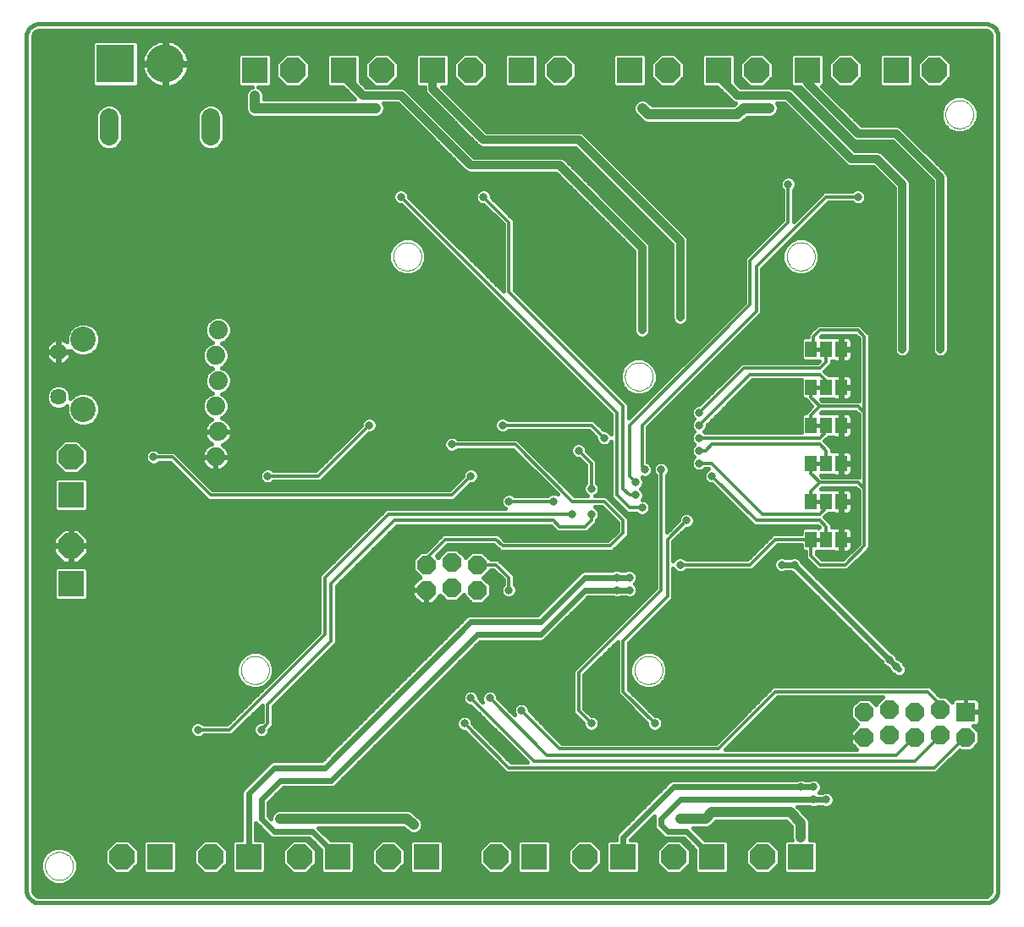
<source format=gbl>
G75*
%MOIN*%
%OFA0B0*%
%FSLAX24Y24*%
%IPPOS*%
%LPD*%
%AMOC8*
5,1,8,0,0,1.08239X$1,22.5*
%
%ADD10C,0.0160*%
%ADD11C,0.0000*%
%ADD12OC8,0.0740*%
%ADD13C,0.0740*%
%ADD14OC8,0.1000*%
%ADD15R,0.1000X0.1000*%
%ADD16R,0.0740X0.0740*%
%ADD17C,0.0640*%
%ADD18C,0.1000*%
%ADD19R,0.0460X0.0630*%
%ADD20R,0.1500X0.1500*%
%ADD21C,0.1500*%
%ADD22C,0.0740*%
%ADD23C,0.0317*%
%ADD24C,0.0120*%
%ADD25C,0.0240*%
%ADD26C,0.0400*%
%ADD27C,0.0320*%
D10*
X008367Y005257D02*
X008367Y038903D01*
X008627Y038903D02*
X008632Y038949D01*
X008667Y039036D01*
X008734Y039102D01*
X008820Y039138D01*
X008867Y039143D01*
X046135Y039143D01*
X046181Y039138D01*
X046268Y039102D01*
X046334Y039036D01*
X046370Y038949D01*
X046375Y038903D01*
X046375Y005257D01*
X046370Y005210D01*
X046334Y005124D01*
X046268Y005057D01*
X046181Y005021D01*
X046135Y005017D01*
X008867Y005017D01*
X008820Y005021D01*
X008734Y005057D01*
X008667Y005124D01*
X008632Y005210D01*
X008627Y005257D01*
X008627Y038903D01*
X008627Y038824D02*
X046375Y038824D01*
X046375Y038666D02*
X014247Y038666D01*
X014286Y038647D02*
X014192Y038692D01*
X014093Y038727D01*
X013991Y038750D01*
X013888Y038762D01*
X013883Y038762D01*
X013883Y037880D01*
X013787Y037880D01*
X013787Y037784D01*
X012905Y037784D01*
X012905Y037779D01*
X012917Y037676D01*
X012940Y037574D01*
X012975Y037475D01*
X013020Y037381D01*
X013076Y037293D01*
X013141Y037211D01*
X013215Y037137D01*
X013296Y037072D01*
X013385Y037016D01*
X013479Y036971D01*
X013578Y036937D01*
X013679Y036913D01*
X013783Y036902D01*
X013787Y036902D01*
X013787Y037784D01*
X013883Y037784D01*
X013883Y036902D01*
X013888Y036902D01*
X013991Y036913D01*
X014093Y036937D01*
X014192Y036971D01*
X014286Y037016D01*
X014374Y037072D01*
X014456Y037137D01*
X014530Y037211D01*
X014595Y037293D01*
X014651Y037381D01*
X014696Y037475D01*
X014730Y037574D01*
X014754Y037676D01*
X014765Y037779D01*
X014765Y037784D01*
X013883Y037784D01*
X013883Y037880D01*
X014765Y037880D01*
X014765Y037884D01*
X014754Y037988D01*
X014730Y038090D01*
X014696Y038188D01*
X014651Y038282D01*
X014595Y038371D01*
X014530Y038452D01*
X014456Y038526D01*
X014374Y038591D01*
X014286Y038647D01*
X014475Y038507D02*
X046375Y038507D01*
X046375Y038349D02*
X014609Y038349D01*
X014695Y038190D02*
X016749Y038190D01*
X016707Y038148D02*
X016707Y037015D01*
X016801Y036922D01*
X017247Y036922D01*
X017163Y036887D01*
X017062Y036786D01*
X017007Y036653D01*
X017007Y036010D01*
X017062Y035878D01*
X017163Y035776D01*
X017295Y035722D01*
X022188Y035722D01*
X022321Y035776D01*
X022422Y035878D01*
X022477Y036010D01*
X022477Y036153D01*
X022432Y036262D01*
X022984Y036262D01*
X025596Y033650D01*
X025686Y033560D01*
X025803Y033512D01*
X029234Y033512D01*
X032297Y030449D01*
X032297Y027268D01*
X032346Y027150D01*
X032436Y027060D01*
X032553Y027012D01*
X032681Y027012D01*
X032798Y027060D01*
X032888Y027150D01*
X032937Y027268D01*
X032937Y030645D01*
X032888Y030763D01*
X032798Y030853D01*
X029548Y034103D01*
X029431Y034152D01*
X025999Y034152D01*
X023298Y036853D01*
X023181Y036902D01*
X021749Y036902D01*
X021527Y037124D01*
X021527Y038148D01*
X021433Y038242D01*
X020301Y038242D01*
X020207Y038148D01*
X020207Y037015D01*
X020301Y036922D01*
X020824Y036922D01*
X021304Y036442D01*
X017727Y036442D01*
X017727Y036653D01*
X017672Y036786D01*
X017571Y036887D01*
X017487Y036922D01*
X017933Y036922D01*
X018027Y037015D01*
X018027Y038148D01*
X017933Y038242D01*
X016801Y038242D01*
X016707Y038148D01*
X016707Y038032D02*
X014744Y038032D01*
X014758Y037715D02*
X016707Y037715D01*
X016707Y037873D02*
X013883Y037873D01*
X013787Y037873D02*
X012777Y037873D01*
X012905Y037880D02*
X013787Y037880D01*
X013787Y038762D01*
X013783Y038762D01*
X013679Y038750D01*
X013578Y038727D01*
X013479Y038692D01*
X013385Y038647D01*
X013296Y038591D01*
X013215Y038526D01*
X013141Y038452D01*
X013076Y038371D01*
X013020Y038282D01*
X012975Y038188D01*
X012940Y038090D01*
X012917Y037988D01*
X012905Y037884D01*
X012905Y037880D01*
X012927Y038032D02*
X012777Y038032D01*
X012777Y038190D02*
X012976Y038190D01*
X013062Y038349D02*
X012777Y038349D01*
X012777Y038507D02*
X013196Y038507D01*
X013424Y038666D02*
X012759Y038666D01*
X012777Y038648D02*
X012683Y038742D01*
X011051Y038742D01*
X010957Y038648D01*
X010957Y037015D01*
X011051Y036922D01*
X012683Y036922D01*
X012777Y037015D01*
X012777Y038648D01*
X012777Y037715D02*
X012913Y037715D01*
X012946Y037556D02*
X012777Y037556D01*
X012777Y037398D02*
X013012Y037398D01*
X013118Y037239D02*
X012777Y037239D01*
X012777Y037081D02*
X013285Y037081D01*
X013641Y036922D02*
X012684Y036922D01*
X011917Y036151D02*
X011722Y036232D01*
X011511Y036232D01*
X011317Y036151D01*
X011168Y036002D01*
X011087Y035807D01*
X011087Y034856D01*
X011168Y034661D01*
X011317Y034512D01*
X011511Y034432D01*
X011722Y034432D01*
X011917Y034512D01*
X012066Y034661D01*
X012147Y034856D01*
X012147Y035807D01*
X012066Y036002D01*
X011917Y036151D01*
X011938Y036130D02*
X015295Y036130D01*
X015317Y036151D02*
X015168Y036002D01*
X015087Y035807D01*
X015087Y034856D01*
X015168Y034661D01*
X015317Y034512D01*
X015511Y034432D01*
X015722Y034432D01*
X015917Y034512D01*
X016066Y034661D01*
X016147Y034856D01*
X016147Y035807D01*
X016066Y036002D01*
X015917Y036151D01*
X015722Y036232D01*
X015511Y036232D01*
X015317Y036151D01*
X015155Y035971D02*
X012079Y035971D01*
X012145Y035813D02*
X015089Y035813D01*
X015087Y035654D02*
X012147Y035654D01*
X012147Y035496D02*
X015087Y035496D01*
X015087Y035337D02*
X012147Y035337D01*
X012147Y035179D02*
X015087Y035179D01*
X015087Y035020D02*
X012147Y035020D01*
X012147Y034862D02*
X015087Y034862D01*
X015150Y034703D02*
X012084Y034703D01*
X011949Y034545D02*
X015284Y034545D01*
X015949Y034545D02*
X024701Y034545D01*
X024543Y034703D02*
X016084Y034703D01*
X016147Y034862D02*
X024384Y034862D01*
X024226Y035020D02*
X016147Y035020D01*
X016147Y035179D02*
X024067Y035179D01*
X023909Y035337D02*
X016147Y035337D01*
X016147Y035496D02*
X023750Y035496D01*
X023592Y035654D02*
X016147Y035654D01*
X016145Y035813D02*
X017127Y035813D01*
X017023Y035971D02*
X016079Y035971D01*
X015938Y036130D02*
X017007Y036130D01*
X017007Y036288D02*
X008627Y036288D01*
X008627Y036130D02*
X011295Y036130D01*
X011155Y035971D02*
X008627Y035971D01*
X008627Y035813D02*
X011089Y035813D01*
X011087Y035654D02*
X008627Y035654D01*
X008627Y035496D02*
X011087Y035496D01*
X011087Y035337D02*
X008627Y035337D01*
X008627Y035179D02*
X011087Y035179D01*
X011087Y035020D02*
X008627Y035020D01*
X008627Y034862D02*
X011087Y034862D01*
X011150Y034703D02*
X008627Y034703D01*
X008627Y034545D02*
X011284Y034545D01*
X011050Y036922D02*
X008627Y036922D01*
X008627Y036764D02*
X017053Y036764D01*
X017007Y036605D02*
X008627Y036605D01*
X008627Y036447D02*
X017007Y036447D01*
X016800Y036922D02*
X014030Y036922D01*
X013883Y036922D02*
X013787Y036922D01*
X013787Y037081D02*
X013883Y037081D01*
X013883Y037239D02*
X013787Y037239D01*
X013787Y037398D02*
X013883Y037398D01*
X013883Y037556D02*
X013787Y037556D01*
X013787Y037715D02*
X013883Y037715D01*
X013883Y038032D02*
X013787Y038032D01*
X013787Y038190D02*
X013883Y038190D01*
X013883Y038349D02*
X013787Y038349D01*
X013787Y038507D02*
X013883Y038507D01*
X013883Y038666D02*
X013787Y038666D01*
X014724Y037556D02*
X016707Y037556D01*
X016707Y037398D02*
X014659Y037398D01*
X014552Y037239D02*
X016707Y037239D01*
X016707Y037081D02*
X014385Y037081D01*
X017681Y036764D02*
X020982Y036764D01*
X021141Y036605D02*
X017727Y036605D01*
X017727Y036447D02*
X021299Y036447D01*
X021729Y036922D02*
X022093Y036922D01*
X022094Y036922D02*
X022640Y036922D01*
X023027Y037308D01*
X023027Y037855D01*
X022640Y038242D01*
X022094Y038242D01*
X021707Y037855D01*
X021707Y037308D01*
X022094Y036922D01*
X021934Y037081D02*
X021570Y037081D01*
X021527Y037239D02*
X021776Y037239D01*
X021707Y037398D02*
X021527Y037398D01*
X021527Y037556D02*
X021707Y037556D01*
X021707Y037715D02*
X021527Y037715D01*
X021527Y037873D02*
X021725Y037873D01*
X021884Y038032D02*
X021527Y038032D01*
X021485Y038190D02*
X022042Y038190D01*
X022692Y038190D02*
X023749Y038190D01*
X023707Y038148D02*
X023707Y037015D01*
X023801Y036922D01*
X024047Y036922D01*
X024047Y036768D01*
X024096Y036650D01*
X024186Y036560D01*
X026096Y034650D01*
X026186Y034560D01*
X026303Y034512D01*
X029984Y034512D01*
X033797Y030699D01*
X033797Y027768D01*
X033846Y027650D01*
X033936Y027560D01*
X034053Y027512D01*
X034181Y027512D01*
X034298Y027560D01*
X034388Y027650D01*
X034437Y027768D01*
X034437Y030895D01*
X034388Y031013D01*
X034298Y031103D01*
X030298Y035103D01*
X030181Y035152D01*
X026499Y035152D01*
X024729Y036922D01*
X024933Y036922D01*
X025027Y037015D01*
X025027Y038148D01*
X024933Y038242D01*
X023801Y038242D01*
X023707Y038148D01*
X023707Y038032D02*
X022850Y038032D01*
X023009Y037873D02*
X023707Y037873D01*
X023707Y037715D02*
X023027Y037715D01*
X023027Y037556D02*
X023707Y037556D01*
X023707Y037398D02*
X023027Y037398D01*
X022958Y037239D02*
X023707Y037239D01*
X023707Y037081D02*
X022799Y037081D01*
X022641Y036922D02*
X023800Y036922D01*
X024049Y036764D02*
X023387Y036764D01*
X023546Y036605D02*
X024141Y036605D01*
X024186Y036560D02*
X024186Y036560D01*
X024299Y036447D02*
X023704Y036447D01*
X023863Y036288D02*
X024458Y036288D01*
X024616Y036130D02*
X024021Y036130D01*
X024180Y035971D02*
X024775Y035971D01*
X024933Y035813D02*
X024338Y035813D01*
X024497Y035654D02*
X025092Y035654D01*
X025250Y035496D02*
X024655Y035496D01*
X024814Y035337D02*
X025409Y035337D01*
X025567Y035179D02*
X024972Y035179D01*
X025131Y035020D02*
X025726Y035020D01*
X025884Y034862D02*
X025289Y034862D01*
X025448Y034703D02*
X026043Y034703D01*
X026096Y034650D02*
X026096Y034650D01*
X026223Y034545D02*
X025606Y034545D01*
X025765Y034386D02*
X030110Y034386D01*
X030268Y034228D02*
X025923Y034228D01*
X025494Y033752D02*
X008627Y033752D01*
X008627Y033594D02*
X025652Y033594D01*
X025335Y033911D02*
X008627Y033911D01*
X008627Y034069D02*
X025177Y034069D01*
X025018Y034228D02*
X008627Y034228D01*
X008627Y034386D02*
X024860Y034386D01*
X025997Y035654D02*
X032535Y035654D01*
X032562Y035628D02*
X032562Y035628D01*
X032663Y035526D01*
X032795Y035472D01*
X036438Y035472D01*
X036571Y035526D01*
X036766Y035722D01*
X037688Y035722D01*
X037821Y035776D01*
X037922Y035878D01*
X037977Y036010D01*
X037977Y036153D01*
X037932Y036262D01*
X038234Y036262D01*
X040596Y033900D01*
X040686Y033810D01*
X040803Y033762D01*
X041734Y033762D01*
X042547Y032949D01*
X042547Y026518D01*
X042596Y026400D01*
X042686Y026310D01*
X042803Y026262D01*
X042931Y026262D01*
X043048Y026310D01*
X043138Y026400D01*
X043187Y026518D01*
X043187Y033145D01*
X043138Y033263D01*
X043048Y033353D01*
X042048Y034353D01*
X041931Y034402D01*
X040999Y034402D01*
X038548Y036853D01*
X038431Y036902D01*
X036499Y036902D01*
X036277Y037124D01*
X036277Y038148D01*
X036183Y038242D01*
X035051Y038242D01*
X034957Y038148D01*
X034957Y037015D01*
X035051Y036922D01*
X035574Y036922D01*
X036096Y036400D01*
X036186Y036310D01*
X036292Y036266D01*
X036218Y036192D01*
X033016Y036192D01*
X032821Y036387D01*
X032688Y036442D01*
X032545Y036442D01*
X032413Y036387D01*
X032312Y036286D01*
X032257Y036153D01*
X032257Y036010D01*
X032312Y035878D01*
X032562Y035628D01*
X032737Y035496D02*
X026155Y035496D01*
X026314Y035337D02*
X039159Y035337D01*
X039317Y035179D02*
X026472Y035179D01*
X025838Y035813D02*
X032377Y035813D01*
X032273Y035971D02*
X025680Y035971D01*
X025521Y036130D02*
X032257Y036130D01*
X032314Y036288D02*
X025363Y036288D01*
X025204Y036447D02*
X036049Y036447D01*
X035891Y036605D02*
X025046Y036605D01*
X024887Y036764D02*
X035732Y036764D01*
X036320Y037081D02*
X036684Y037081D01*
X036526Y037239D02*
X036277Y037239D01*
X036277Y037398D02*
X036457Y037398D01*
X036457Y037308D02*
X036844Y036922D01*
X037390Y036922D01*
X037777Y037308D01*
X037777Y037855D01*
X037390Y038242D01*
X036844Y038242D01*
X036457Y037855D01*
X036457Y037308D01*
X036457Y037556D02*
X036277Y037556D01*
X036277Y037715D02*
X036457Y037715D01*
X036475Y037873D02*
X036277Y037873D01*
X036277Y038032D02*
X036634Y038032D01*
X036792Y038190D02*
X036235Y038190D01*
X034999Y038190D02*
X033942Y038190D01*
X033890Y038242D02*
X033344Y038242D01*
X032957Y037855D01*
X032957Y037308D01*
X033344Y036922D01*
X033890Y036922D01*
X034277Y037308D01*
X034277Y037855D01*
X033890Y038242D01*
X034100Y038032D02*
X034957Y038032D01*
X034957Y037873D02*
X034259Y037873D01*
X034277Y037715D02*
X034957Y037715D01*
X034957Y037556D02*
X034277Y037556D01*
X034277Y037398D02*
X034957Y037398D01*
X034957Y037239D02*
X034208Y037239D01*
X034049Y037081D02*
X034957Y037081D01*
X035050Y036922D02*
X033891Y036922D01*
X033343Y036922D02*
X032684Y036922D01*
X032683Y036922D02*
X032777Y037015D01*
X032777Y038148D01*
X032683Y038242D01*
X031551Y038242D01*
X031457Y038148D01*
X031457Y037015D01*
X031551Y036922D01*
X032683Y036922D01*
X032777Y037081D02*
X033184Y037081D01*
X033026Y037239D02*
X032777Y037239D01*
X032777Y037398D02*
X032957Y037398D01*
X032957Y037556D02*
X032777Y037556D01*
X032777Y037715D02*
X032957Y037715D01*
X032975Y037873D02*
X032777Y037873D01*
X032777Y038032D02*
X033134Y038032D01*
X033292Y038190D02*
X032735Y038190D01*
X031499Y038190D02*
X029692Y038190D01*
X029640Y038242D02*
X029094Y038242D01*
X028707Y037855D01*
X028707Y037308D01*
X029094Y036922D01*
X029640Y036922D01*
X030027Y037308D01*
X030027Y037855D01*
X029640Y038242D01*
X029850Y038032D02*
X031457Y038032D01*
X031457Y037873D02*
X030009Y037873D01*
X030027Y037715D02*
X031457Y037715D01*
X031457Y037556D02*
X030027Y037556D01*
X030027Y037398D02*
X031457Y037398D01*
X031457Y037239D02*
X029958Y037239D01*
X029799Y037081D02*
X031457Y037081D01*
X031550Y036922D02*
X029641Y036922D01*
X029093Y036922D02*
X028434Y036922D01*
X028433Y036922D02*
X028527Y037015D01*
X028527Y038148D01*
X028433Y038242D01*
X027301Y038242D01*
X027207Y038148D01*
X027207Y037015D01*
X027301Y036922D01*
X028433Y036922D01*
X028527Y037081D02*
X028934Y037081D01*
X028776Y037239D02*
X028527Y037239D01*
X028527Y037398D02*
X028707Y037398D01*
X028707Y037556D02*
X028527Y037556D01*
X028527Y037715D02*
X028707Y037715D01*
X028725Y037873D02*
X028527Y037873D01*
X028527Y038032D02*
X028884Y038032D01*
X029042Y038190D02*
X028485Y038190D01*
X027249Y038190D02*
X026192Y038190D01*
X026140Y038242D02*
X025594Y038242D01*
X025207Y037855D01*
X025207Y037308D01*
X025594Y036922D01*
X026140Y036922D01*
X026527Y037308D01*
X026527Y037855D01*
X026140Y038242D01*
X026350Y038032D02*
X027207Y038032D01*
X027207Y037873D02*
X026509Y037873D01*
X026527Y037715D02*
X027207Y037715D01*
X027207Y037556D02*
X026527Y037556D01*
X026527Y037398D02*
X027207Y037398D01*
X027207Y037239D02*
X026458Y037239D01*
X026299Y037081D02*
X027207Y037081D01*
X027300Y036922D02*
X026141Y036922D01*
X025593Y036922D02*
X024934Y036922D01*
X025027Y037081D02*
X025434Y037081D01*
X025276Y037239D02*
X025027Y037239D01*
X025027Y037398D02*
X025207Y037398D01*
X025207Y037556D02*
X025027Y037556D01*
X025027Y037715D02*
X025207Y037715D01*
X025225Y037873D02*
X025027Y037873D01*
X025027Y038032D02*
X025384Y038032D01*
X025542Y038190D02*
X024985Y038190D01*
X023116Y036130D02*
X022477Y036130D01*
X022461Y035971D02*
X023275Y035971D01*
X023433Y035813D02*
X022357Y035813D01*
X020300Y036922D02*
X019141Y036922D01*
X019140Y036922D02*
X019527Y037308D01*
X019527Y037855D01*
X019140Y038242D01*
X018594Y038242D01*
X018207Y037855D01*
X018207Y037308D01*
X018594Y036922D01*
X019140Y036922D01*
X019299Y037081D02*
X020207Y037081D01*
X020207Y037239D02*
X019458Y037239D01*
X019527Y037398D02*
X020207Y037398D01*
X020207Y037556D02*
X019527Y037556D01*
X019527Y037715D02*
X020207Y037715D01*
X020207Y037873D02*
X019509Y037873D01*
X019350Y038032D02*
X020207Y038032D01*
X020249Y038190D02*
X019192Y038190D01*
X018542Y038190D02*
X017985Y038190D01*
X018027Y038032D02*
X018384Y038032D01*
X018225Y037873D02*
X018027Y037873D01*
X018027Y037715D02*
X018207Y037715D01*
X018207Y037556D02*
X018027Y037556D01*
X018027Y037398D02*
X018207Y037398D01*
X018276Y037239D02*
X018027Y037239D01*
X018027Y037081D02*
X018434Y037081D01*
X018593Y036922D02*
X017934Y036922D01*
X022847Y032762D02*
X022798Y032645D01*
X022798Y032518D01*
X022847Y032401D01*
X022937Y032312D01*
X023054Y032263D01*
X023124Y032263D01*
X031397Y023991D01*
X031397Y023238D01*
X031387Y023262D01*
X031297Y023352D01*
X031180Y023400D01*
X031110Y023400D01*
X030708Y023802D01*
X027347Y023802D01*
X027297Y023852D01*
X027180Y023900D01*
X027054Y023900D01*
X026937Y023852D01*
X026847Y023762D01*
X026798Y023645D01*
X026798Y023518D01*
X026847Y023401D01*
X026937Y023312D01*
X027054Y023263D01*
X027180Y023263D01*
X027297Y023312D01*
X027347Y023362D01*
X030526Y023362D01*
X030798Y023089D01*
X030798Y023018D01*
X030847Y022901D01*
X030937Y022812D01*
X031054Y022763D01*
X031180Y022763D01*
X031297Y022812D01*
X031387Y022901D01*
X031397Y022926D01*
X031397Y020741D01*
X031526Y020612D01*
X032026Y020112D01*
X032387Y020112D01*
X032437Y020062D01*
X032554Y020013D01*
X032680Y020013D01*
X032797Y020062D01*
X032887Y020151D01*
X032935Y020268D01*
X032935Y020395D01*
X032887Y020512D01*
X032797Y020602D01*
X032680Y020650D01*
X032636Y020650D01*
X032637Y020651D01*
X032685Y020768D01*
X032685Y020895D01*
X032637Y021012D01*
X032567Y021082D01*
X032637Y021151D01*
X032685Y021268D01*
X032685Y021395D01*
X032637Y021512D01*
X032623Y021526D01*
X032654Y021513D01*
X032780Y021513D01*
X032897Y021562D01*
X032987Y021651D01*
X033035Y021768D01*
X033035Y021895D01*
X032987Y022012D01*
X032897Y022102D01*
X032837Y022127D01*
X032837Y023491D01*
X037337Y027991D01*
X037337Y029741D01*
X039958Y032362D01*
X040887Y032362D01*
X040937Y032312D01*
X041054Y032263D01*
X041180Y032263D01*
X041297Y032312D01*
X041387Y032401D01*
X041435Y032518D01*
X041435Y032645D01*
X041387Y032762D01*
X041297Y032852D01*
X041180Y032900D01*
X041054Y032900D01*
X040937Y032852D01*
X040887Y032802D01*
X039776Y032802D01*
X039647Y032673D01*
X039647Y032673D01*
X038587Y031613D01*
X038587Y032851D01*
X038637Y032901D01*
X038685Y033018D01*
X038685Y033145D01*
X038637Y033262D01*
X038547Y033352D01*
X038430Y033400D01*
X038304Y033400D01*
X038187Y033352D01*
X038097Y033262D01*
X038048Y033145D01*
X038048Y033018D01*
X038097Y032901D01*
X038147Y032851D01*
X038147Y031673D01*
X036647Y030173D01*
X036647Y028423D01*
X032087Y023863D01*
X032087Y024423D01*
X027587Y028923D01*
X027587Y031673D01*
X026685Y032574D01*
X026685Y032645D01*
X026637Y032762D01*
X026547Y032852D01*
X026430Y032900D01*
X026304Y032900D01*
X026187Y032852D01*
X026097Y032762D01*
X026048Y032645D01*
X026048Y032518D01*
X026097Y032401D01*
X026187Y032312D01*
X026304Y032263D01*
X026374Y032263D01*
X027147Y031491D01*
X027147Y028863D01*
X023435Y032574D01*
X023435Y032645D01*
X023387Y032762D01*
X023297Y032852D01*
X023180Y032900D01*
X023054Y032900D01*
X022937Y032852D01*
X022847Y032762D01*
X022886Y032801D02*
X008627Y032801D01*
X008627Y032643D02*
X022798Y032643D01*
X022813Y032484D02*
X008627Y032484D01*
X008627Y032326D02*
X022923Y032326D01*
X023220Y032167D02*
X008627Y032167D01*
X008627Y032009D02*
X023379Y032009D01*
X023537Y031850D02*
X008627Y031850D01*
X008627Y031692D02*
X023696Y031692D01*
X023854Y031533D02*
X008627Y031533D01*
X008627Y031375D02*
X024013Y031375D01*
X024171Y031216D02*
X008627Y031216D01*
X008627Y031058D02*
X024330Y031058D01*
X024488Y030899D02*
X023666Y030899D01*
X023781Y030852D02*
X023512Y030963D01*
X023221Y030963D01*
X022953Y030852D01*
X022747Y030646D01*
X022636Y030377D01*
X022636Y030086D01*
X022747Y029818D01*
X022953Y029612D01*
X023221Y029501D01*
X023512Y029501D01*
X023781Y029612D01*
X023987Y029818D01*
X024098Y030086D01*
X024098Y030377D01*
X023987Y030646D01*
X023781Y030852D01*
X023892Y030741D02*
X024647Y030741D01*
X024805Y030582D02*
X024013Y030582D01*
X024079Y030424D02*
X024964Y030424D01*
X025122Y030265D02*
X024098Y030265D01*
X024098Y030107D02*
X025281Y030107D01*
X025439Y029948D02*
X024041Y029948D01*
X023959Y029790D02*
X025598Y029790D01*
X025756Y029631D02*
X023800Y029631D01*
X022933Y029631D02*
X008627Y029631D01*
X008627Y029473D02*
X025915Y029473D01*
X026073Y029314D02*
X008627Y029314D01*
X008627Y029156D02*
X026232Y029156D01*
X026390Y028997D02*
X008627Y028997D01*
X008627Y028839D02*
X026549Y028839D01*
X026707Y028680D02*
X008627Y028680D01*
X008627Y028522D02*
X026866Y028522D01*
X027024Y028363D02*
X008627Y028363D01*
X008627Y028205D02*
X027183Y028205D01*
X027341Y028046D02*
X008627Y028046D01*
X008627Y027888D02*
X027500Y027888D01*
X027658Y027729D02*
X016269Y027729D01*
X016217Y027781D02*
X016022Y027862D01*
X015811Y027862D01*
X015617Y027781D01*
X015468Y027632D01*
X015387Y027437D01*
X015387Y027226D01*
X015468Y027031D01*
X015617Y026882D01*
X015689Y026852D01*
X015517Y026781D01*
X015368Y026632D01*
X015287Y026437D01*
X015287Y026226D01*
X015368Y026031D01*
X015517Y025882D01*
X015689Y025811D01*
X015617Y025781D01*
X015468Y025632D01*
X015387Y025437D01*
X015387Y025226D01*
X015468Y025031D01*
X015617Y024882D01*
X015689Y024852D01*
X015517Y024781D01*
X015368Y024632D01*
X015287Y024437D01*
X015287Y024226D01*
X015368Y024031D01*
X015517Y023882D01*
X015665Y023821D01*
X015629Y023802D01*
X015559Y023751D01*
X015497Y023690D01*
X015446Y023620D01*
X015407Y023543D01*
X015380Y023460D01*
X015367Y023375D01*
X015367Y023352D01*
X015897Y023352D01*
X015897Y023312D01*
X015367Y023312D01*
X015367Y023288D01*
X015380Y023203D01*
X015407Y023121D01*
X015446Y023043D01*
X015497Y022973D01*
X015559Y022912D01*
X015629Y022861D01*
X015644Y022854D01*
X015606Y022841D01*
X015529Y022802D01*
X015459Y022751D01*
X015397Y022690D01*
X015346Y022620D01*
X015307Y022543D01*
X015280Y022460D01*
X015267Y022375D01*
X015267Y022352D01*
X015797Y022352D01*
X015797Y022312D01*
X015267Y022312D01*
X015267Y022288D01*
X015280Y022203D01*
X015307Y022121D01*
X015346Y022043D01*
X015397Y021973D01*
X015459Y021912D01*
X015529Y021861D01*
X015606Y021822D01*
X015688Y021795D01*
X015774Y021782D01*
X015797Y021782D01*
X015797Y022312D01*
X015837Y022312D01*
X015837Y022352D01*
X016367Y022352D01*
X016367Y022375D01*
X016353Y022460D01*
X016327Y022543D01*
X016287Y022620D01*
X016236Y022690D01*
X016175Y022751D01*
X016105Y022802D01*
X016090Y022810D01*
X016128Y022822D01*
X016205Y022861D01*
X016275Y022912D01*
X016336Y022973D01*
X016387Y023043D01*
X016427Y023121D01*
X016453Y023203D01*
X016467Y023288D01*
X016467Y023312D01*
X015937Y023312D01*
X015937Y023352D01*
X016467Y023352D01*
X016467Y023375D01*
X016453Y023460D01*
X016427Y023543D01*
X016387Y023620D01*
X016336Y023690D01*
X016275Y023751D01*
X016205Y023802D01*
X016128Y023841D01*
X016066Y023861D01*
X016117Y023882D01*
X016266Y024031D01*
X016347Y024226D01*
X016347Y024437D01*
X016266Y024632D01*
X016117Y024781D01*
X016045Y024811D01*
X016217Y024882D01*
X016366Y025031D01*
X016447Y025226D01*
X016447Y025437D01*
X016366Y025632D01*
X016217Y025781D01*
X016045Y025852D01*
X016117Y025882D01*
X016266Y026031D01*
X016347Y026226D01*
X016347Y026437D01*
X016266Y026632D01*
X016117Y026781D01*
X016045Y026811D01*
X016217Y026882D01*
X016366Y027031D01*
X016447Y027226D01*
X016447Y027437D01*
X016366Y027632D01*
X016217Y027781D01*
X016392Y027571D02*
X027817Y027571D01*
X027975Y027412D02*
X016447Y027412D01*
X016447Y027254D02*
X028134Y027254D01*
X028292Y027095D02*
X016393Y027095D01*
X016271Y026937D02*
X028451Y026937D01*
X028609Y026778D02*
X016120Y026778D01*
X016271Y026620D02*
X028768Y026620D01*
X028926Y026461D02*
X016337Y026461D01*
X016347Y026303D02*
X029085Y026303D01*
X029243Y026144D02*
X016313Y026144D01*
X016220Y025986D02*
X029402Y025986D01*
X029560Y025827D02*
X016106Y025827D01*
X016329Y025669D02*
X029719Y025669D01*
X029877Y025510D02*
X016417Y025510D01*
X016447Y025352D02*
X030036Y025352D01*
X030194Y025193D02*
X016433Y025193D01*
X016368Y025035D02*
X030353Y025035D01*
X030511Y024876D02*
X016202Y024876D01*
X016180Y024718D02*
X030670Y024718D01*
X030828Y024559D02*
X016296Y024559D01*
X016347Y024401D02*
X030987Y024401D01*
X031145Y024242D02*
X016347Y024242D01*
X016288Y024084D02*
X031304Y024084D01*
X031397Y023925D02*
X016160Y023925D01*
X016254Y023767D02*
X021602Y023767D01*
X021597Y023762D02*
X021548Y023645D01*
X021548Y023574D01*
X019776Y021802D01*
X018097Y021802D01*
X018047Y021852D01*
X017930Y021900D01*
X017804Y021900D01*
X017687Y021852D01*
X017597Y021762D01*
X017548Y021645D01*
X017548Y021518D01*
X017597Y021401D01*
X017687Y021312D01*
X017804Y021263D01*
X017930Y021263D01*
X018047Y021312D01*
X018097Y021362D01*
X019958Y021362D01*
X020087Y021491D01*
X021860Y023263D01*
X021930Y023263D01*
X022047Y023312D01*
X022137Y023401D01*
X022185Y023518D01*
X022185Y023645D01*
X022137Y023762D01*
X022047Y023852D01*
X021930Y023900D01*
X021804Y023900D01*
X021687Y023852D01*
X021597Y023762D01*
X021548Y023608D02*
X016393Y023608D01*
X016455Y023450D02*
X021424Y023450D01*
X021265Y023291D02*
X016467Y023291D01*
X016431Y023133D02*
X021107Y023133D01*
X020948Y022974D02*
X016337Y022974D01*
X016109Y022816D02*
X020790Y022816D01*
X020631Y022657D02*
X016260Y022657D01*
X016341Y022499D02*
X020473Y022499D01*
X020314Y022340D02*
X015837Y022340D01*
X015837Y022312D02*
X016367Y022312D01*
X016367Y022288D01*
X016353Y022203D01*
X016327Y022121D01*
X016287Y022043D01*
X016236Y021973D01*
X016175Y021912D01*
X016105Y021861D01*
X016028Y021822D01*
X015946Y021795D01*
X015860Y021782D01*
X015837Y021782D01*
X015837Y022312D01*
X015797Y022340D02*
X014419Y022340D01*
X014261Y022499D02*
X015293Y022499D01*
X015374Y022657D02*
X010725Y022657D01*
X010777Y022605D02*
X010390Y022992D01*
X009844Y022992D01*
X009457Y022605D01*
X009457Y022058D01*
X009844Y021672D01*
X010390Y021672D01*
X010777Y022058D01*
X010777Y022605D01*
X010777Y022499D02*
X013091Y022499D01*
X013097Y022512D02*
X013048Y022395D01*
X013048Y022268D01*
X013097Y022151D01*
X013187Y022062D01*
X013304Y022013D01*
X013430Y022013D01*
X013547Y022062D01*
X013597Y022112D01*
X014026Y022112D01*
X015397Y020741D01*
X015526Y020612D01*
X025208Y020612D01*
X025860Y021263D01*
X025930Y021263D01*
X026047Y021312D01*
X026137Y021401D01*
X026185Y021518D01*
X026185Y021645D01*
X026137Y021762D01*
X026047Y021852D01*
X025930Y021900D01*
X025804Y021900D01*
X025687Y021852D01*
X025597Y021762D01*
X025548Y021645D01*
X025548Y021574D01*
X025026Y021052D01*
X015708Y021052D01*
X014208Y022552D01*
X013597Y022552D01*
X013547Y022602D01*
X013430Y022650D01*
X013304Y022650D01*
X013187Y022602D01*
X013097Y022512D01*
X013048Y022340D02*
X010777Y022340D01*
X010777Y022182D02*
X013084Y022182D01*
X013280Y022023D02*
X010742Y022023D01*
X010583Y021865D02*
X014273Y021865D01*
X014114Y022023D02*
X013454Y022023D01*
X014431Y021706D02*
X010425Y021706D01*
X010683Y021492D02*
X009551Y021492D01*
X009457Y021398D01*
X009457Y020265D01*
X009551Y020172D01*
X010683Y020172D01*
X010777Y020265D01*
X010777Y021398D01*
X010683Y021492D01*
X010777Y021389D02*
X014748Y021389D01*
X014590Y021548D02*
X008627Y021548D01*
X008627Y021706D02*
X009809Y021706D01*
X009650Y021865D02*
X008627Y021865D01*
X008627Y022023D02*
X009492Y022023D01*
X009457Y022182D02*
X008627Y022182D01*
X008627Y022340D02*
X009457Y022340D01*
X009457Y022499D02*
X008627Y022499D01*
X008627Y022657D02*
X009509Y022657D01*
X009668Y022816D02*
X008627Y022816D01*
X008627Y022974D02*
X009826Y022974D01*
X010408Y022974D02*
X015497Y022974D01*
X015555Y022816D02*
X010566Y022816D01*
X010476Y023542D02*
X010738Y023542D01*
X010981Y023642D01*
X011166Y023828D01*
X011267Y024070D01*
X011267Y024333D01*
X011166Y024576D01*
X010981Y024761D01*
X010738Y024862D01*
X010476Y024862D01*
X010233Y024761D01*
X010107Y024635D01*
X010107Y024787D01*
X010034Y024964D01*
X009899Y025099D01*
X009722Y025172D01*
X009531Y025172D01*
X009355Y025099D01*
X009220Y024964D01*
X009147Y024787D01*
X009147Y024596D01*
X009220Y024420D01*
X009355Y024285D01*
X009531Y024212D01*
X009722Y024212D01*
X009899Y024285D01*
X009947Y024333D01*
X009947Y024070D01*
X010047Y023828D01*
X010233Y023642D01*
X010476Y023542D01*
X010315Y023608D02*
X008627Y023608D01*
X008627Y023450D02*
X015379Y023450D01*
X015367Y023291D02*
X008627Y023291D01*
X008627Y023133D02*
X015403Y023133D01*
X015441Y023608D02*
X010899Y023608D01*
X011105Y023767D02*
X015580Y023767D01*
X015474Y023925D02*
X011207Y023925D01*
X011267Y024084D02*
X015346Y024084D01*
X015287Y024242D02*
X011267Y024242D01*
X011239Y024401D02*
X015287Y024401D01*
X015337Y024559D02*
X011173Y024559D01*
X011024Y024718D02*
X015453Y024718D01*
X015632Y024876D02*
X010070Y024876D01*
X010107Y024718D02*
X010190Y024718D01*
X009963Y025035D02*
X015466Y025035D01*
X015401Y025193D02*
X008627Y025193D01*
X008627Y025035D02*
X009291Y025035D01*
X009184Y024876D02*
X008627Y024876D01*
X008627Y024718D02*
X009147Y024718D01*
X009162Y024559D02*
X008627Y024559D01*
X008627Y024401D02*
X009239Y024401D01*
X009458Y024242D02*
X008627Y024242D01*
X008627Y024084D02*
X009947Y024084D01*
X009947Y024242D02*
X009796Y024242D01*
X010007Y023925D02*
X008627Y023925D01*
X008627Y023767D02*
X010108Y023767D01*
X008627Y025352D02*
X015387Y025352D01*
X015417Y025510D02*
X008627Y025510D01*
X008627Y025669D02*
X015504Y025669D01*
X015650Y025827D02*
X008627Y025827D01*
X008627Y025986D02*
X009505Y025986D01*
X009510Y025984D02*
X009588Y025972D01*
X009607Y025972D01*
X009607Y026452D01*
X009127Y026452D01*
X009127Y026432D01*
X009139Y026355D01*
X009164Y026280D01*
X009199Y026210D01*
X009246Y026146D01*
X009301Y026090D01*
X009365Y026044D01*
X009435Y026008D01*
X009510Y025984D01*
X009607Y025986D02*
X009647Y025986D01*
X009647Y025972D02*
X009666Y025972D01*
X009744Y025984D01*
X009819Y026008D01*
X009889Y026044D01*
X009953Y026090D01*
X010008Y026146D01*
X010055Y026210D01*
X010090Y026280D01*
X010115Y026355D01*
X010127Y026432D01*
X010127Y026452D01*
X009647Y026452D01*
X009647Y026492D01*
X009607Y026492D01*
X009607Y026972D01*
X009588Y026972D01*
X009510Y026959D01*
X009435Y026935D01*
X009365Y026899D01*
X009301Y026853D01*
X009246Y026797D01*
X009199Y026734D01*
X009164Y026664D01*
X009139Y026589D01*
X009127Y026511D01*
X009127Y026492D01*
X009607Y026492D01*
X009607Y026452D01*
X009647Y026452D01*
X009647Y025972D01*
X009749Y025986D02*
X015413Y025986D01*
X015321Y026144D02*
X010007Y026144D01*
X010098Y026303D02*
X010473Y026303D01*
X010476Y026302D02*
X010738Y026302D01*
X010981Y026402D01*
X011166Y026588D01*
X011267Y026830D01*
X011267Y027093D01*
X011166Y027336D01*
X010981Y027521D01*
X010738Y027622D01*
X010476Y027622D01*
X010233Y027521D01*
X010047Y027336D01*
X009947Y027093D01*
X009947Y026857D01*
X009889Y026899D01*
X009819Y026935D01*
X009744Y026959D01*
X009666Y026972D01*
X009647Y026972D01*
X009647Y026492D01*
X010127Y026492D01*
X010127Y026508D01*
X010233Y026402D01*
X010476Y026302D01*
X010741Y026303D02*
X015287Y026303D01*
X015297Y026461D02*
X011040Y026461D01*
X011180Y026620D02*
X015363Y026620D01*
X015514Y026778D02*
X011245Y026778D01*
X011267Y026937D02*
X015562Y026937D01*
X015441Y027095D02*
X011266Y027095D01*
X011200Y027254D02*
X015387Y027254D01*
X015387Y027412D02*
X011090Y027412D01*
X010861Y027571D02*
X015442Y027571D01*
X015565Y027729D02*
X008627Y027729D01*
X008627Y027571D02*
X010353Y027571D01*
X010124Y027412D02*
X008627Y027412D01*
X008627Y027254D02*
X010013Y027254D01*
X009948Y027095D02*
X008627Y027095D01*
X008627Y026937D02*
X009440Y026937D01*
X009607Y026937D02*
X009647Y026937D01*
X009647Y026778D02*
X009607Y026778D01*
X009607Y026620D02*
X009647Y026620D01*
X009647Y026461D02*
X010174Y026461D01*
X009947Y026937D02*
X009814Y026937D01*
X009607Y026461D02*
X008627Y026461D01*
X008627Y026303D02*
X009156Y026303D01*
X009247Y026144D02*
X008627Y026144D01*
X008627Y026620D02*
X009149Y026620D01*
X009232Y026778D02*
X008627Y026778D01*
X009607Y026303D02*
X009647Y026303D01*
X009647Y026144D02*
X009607Y026144D01*
X008627Y029790D02*
X022775Y029790D01*
X022693Y029948D02*
X008627Y029948D01*
X008627Y030107D02*
X022636Y030107D01*
X022636Y030265D02*
X008627Y030265D01*
X008627Y030424D02*
X022655Y030424D01*
X022721Y030582D02*
X008627Y030582D01*
X008627Y030741D02*
X022842Y030741D01*
X023068Y030899D02*
X008627Y030899D01*
X008627Y032960D02*
X029786Y032960D01*
X029628Y033118D02*
X008627Y033118D01*
X008627Y033277D02*
X029469Y033277D01*
X029311Y033435D02*
X008627Y033435D01*
X008627Y037081D02*
X010957Y037081D01*
X010957Y037239D02*
X008627Y037239D01*
X008627Y037398D02*
X010957Y037398D01*
X010957Y037556D02*
X008627Y037556D01*
X008627Y037715D02*
X010957Y037715D01*
X010957Y037873D02*
X008627Y037873D01*
X008627Y038032D02*
X010957Y038032D01*
X010957Y038190D02*
X008627Y038190D01*
X008627Y038349D02*
X010957Y038349D01*
X010957Y038507D02*
X008627Y038507D01*
X008627Y038666D02*
X010975Y038666D01*
X008867Y039403D02*
X008823Y039401D01*
X008780Y039395D01*
X008738Y039386D01*
X008696Y039373D01*
X008656Y039356D01*
X008617Y039336D01*
X008580Y039313D01*
X008546Y039286D01*
X008513Y039257D01*
X008484Y039224D01*
X008457Y039190D01*
X008434Y039153D01*
X008414Y039114D01*
X008397Y039074D01*
X008384Y039032D01*
X008375Y038990D01*
X008369Y038947D01*
X008367Y038903D01*
X008645Y038983D02*
X046356Y038983D01*
X046635Y038903D02*
X046633Y038947D01*
X046627Y038990D01*
X046618Y039032D01*
X046605Y039074D01*
X046588Y039114D01*
X046568Y039153D01*
X046545Y039190D01*
X046518Y039224D01*
X046489Y039257D01*
X046456Y039286D01*
X046422Y039313D01*
X046385Y039336D01*
X046346Y039356D01*
X046306Y039373D01*
X046264Y039386D01*
X046222Y039395D01*
X046179Y039401D01*
X046135Y039403D01*
X008867Y039403D01*
X008854Y039141D02*
X046148Y039141D01*
X046635Y038903D02*
X046635Y005257D01*
X046371Y005222D02*
X008630Y005222D01*
X008627Y005381D02*
X046375Y005381D01*
X046375Y005539D02*
X009939Y005539D01*
X010066Y005592D02*
X010272Y005798D01*
X010383Y006066D01*
X010383Y006357D01*
X010272Y006626D01*
X010066Y006832D01*
X009797Y006943D01*
X009506Y006943D01*
X009238Y006832D01*
X009032Y006626D01*
X008921Y006357D01*
X008921Y006066D01*
X009032Y005798D01*
X009238Y005592D01*
X009506Y005481D01*
X009797Y005481D01*
X010066Y005592D01*
X010172Y005698D02*
X046375Y005698D01*
X046375Y005856D02*
X010296Y005856D01*
X010362Y006015D02*
X011751Y006015D01*
X011844Y005922D02*
X012390Y005922D01*
X012777Y006308D01*
X012777Y006855D01*
X012390Y007242D01*
X011844Y007242D01*
X011457Y006855D01*
X011457Y006308D01*
X011844Y005922D01*
X011592Y006173D02*
X010383Y006173D01*
X010383Y006332D02*
X011457Y006332D01*
X011457Y006490D02*
X010328Y006490D01*
X010249Y006649D02*
X011457Y006649D01*
X011457Y006807D02*
X010090Y006807D01*
X009213Y006807D02*
X008627Y006807D01*
X008627Y006649D02*
X009055Y006649D01*
X008976Y006490D02*
X008627Y006490D01*
X008627Y006332D02*
X008921Y006332D01*
X008921Y006173D02*
X008627Y006173D01*
X008627Y006015D02*
X008942Y006015D01*
X009008Y005856D02*
X008627Y005856D01*
X008627Y005698D02*
X009132Y005698D01*
X009365Y005539D02*
X008627Y005539D01*
X008367Y005257D02*
X008369Y005213D01*
X008375Y005170D01*
X008384Y005128D01*
X008397Y005086D01*
X008414Y005046D01*
X008434Y005007D01*
X008457Y004970D01*
X008484Y004936D01*
X008513Y004903D01*
X008546Y004874D01*
X008580Y004847D01*
X008617Y004824D01*
X008656Y004804D01*
X008696Y004787D01*
X008738Y004774D01*
X008780Y004765D01*
X008823Y004759D01*
X008867Y004757D01*
X046135Y004757D01*
X046274Y005064D02*
X008727Y005064D01*
X008627Y006966D02*
X011568Y006966D01*
X011726Y007124D02*
X008627Y007124D01*
X008627Y007283D02*
X016837Y007283D01*
X016837Y007242D02*
X016551Y007242D01*
X016457Y007148D01*
X016457Y006015D01*
X016551Y005922D01*
X017683Y005922D01*
X017777Y006015D01*
X017777Y007148D01*
X017683Y007242D01*
X017397Y007242D01*
X017397Y007906D01*
X017458Y007844D01*
X017958Y007344D01*
X018061Y007302D01*
X019501Y007302D01*
X019957Y006846D01*
X019957Y006015D01*
X020051Y005922D01*
X021183Y005922D01*
X021277Y006015D01*
X021277Y007148D01*
X021183Y007242D01*
X020353Y007242D01*
X019873Y007722D01*
X023218Y007722D01*
X023413Y007526D01*
X023545Y007472D01*
X023688Y007472D01*
X023821Y007526D01*
X023922Y007628D01*
X023977Y007760D01*
X023977Y007903D01*
X023922Y008036D01*
X023672Y008286D01*
X023571Y008387D01*
X023438Y008442D01*
X018295Y008442D01*
X018163Y008387D01*
X018062Y008286D01*
X018007Y008153D01*
X018007Y008088D01*
X017897Y008198D01*
X017897Y008716D01*
X018483Y009302D01*
X020423Y009302D01*
X020525Y009344D01*
X026233Y015052D01*
X028673Y015052D01*
X028775Y015094D01*
X030483Y016802D01*
X031461Y016802D01*
X031554Y016763D01*
X031680Y016763D01*
X031773Y016802D01*
X031961Y016802D01*
X032054Y016763D01*
X032180Y016763D01*
X032297Y016812D01*
X032387Y016901D01*
X032435Y017018D01*
X032435Y017145D01*
X032387Y017262D01*
X032317Y017332D01*
X032387Y017401D01*
X032435Y017518D01*
X032435Y017645D01*
X032387Y017762D01*
X032297Y017852D01*
X032180Y017900D01*
X032054Y017900D01*
X031961Y017862D01*
X031773Y017862D01*
X031680Y017900D01*
X031554Y017900D01*
X031461Y017862D01*
X030311Y017862D01*
X030208Y017819D01*
X030130Y017740D01*
X028501Y016112D01*
X025811Y016112D01*
X025708Y016069D01*
X025630Y015990D01*
X020001Y010362D01*
X018061Y010362D01*
X017958Y010319D01*
X017880Y010240D01*
X016880Y009240D01*
X016837Y009137D01*
X016837Y007242D01*
X016837Y007441D02*
X008627Y007441D01*
X008627Y007600D02*
X016837Y007600D01*
X016837Y007758D02*
X008627Y007758D01*
X008627Y007917D02*
X016837Y007917D01*
X016837Y008075D02*
X008627Y008075D01*
X008627Y008234D02*
X016837Y008234D01*
X016837Y008392D02*
X008627Y008392D01*
X008627Y008551D02*
X016837Y008551D01*
X016837Y008709D02*
X008627Y008709D01*
X008627Y008868D02*
X016837Y008868D01*
X016837Y009026D02*
X008627Y009026D01*
X008627Y009185D02*
X016856Y009185D01*
X016982Y009343D02*
X008627Y009343D01*
X008627Y009502D02*
X017141Y009502D01*
X017299Y009660D02*
X008627Y009660D01*
X008627Y009819D02*
X017458Y009819D01*
X017616Y009977D02*
X008627Y009977D01*
X008627Y010136D02*
X017775Y010136D01*
X017933Y010294D02*
X008627Y010294D01*
X008627Y010453D02*
X020092Y010453D01*
X020250Y010611D02*
X008627Y010611D01*
X008627Y010770D02*
X020409Y010770D01*
X020567Y010928D02*
X008627Y010928D01*
X008627Y011087D02*
X020726Y011087D01*
X020884Y011245D02*
X008627Y011245D01*
X008627Y011404D02*
X014846Y011404D01*
X014847Y011401D02*
X014937Y011312D01*
X015054Y011263D01*
X015180Y011263D01*
X015297Y011312D01*
X015347Y011362D01*
X016458Y011362D01*
X016587Y011491D01*
X017647Y012551D01*
X017647Y011923D01*
X017624Y011900D01*
X017554Y011900D01*
X017437Y011852D01*
X017347Y011762D01*
X017298Y011645D01*
X017298Y011518D01*
X017347Y011401D01*
X017437Y011312D01*
X017554Y011263D01*
X017680Y011263D01*
X017797Y011312D01*
X017887Y011401D01*
X017935Y011518D01*
X017935Y011589D01*
X018087Y011741D01*
X018087Y012491D01*
X020587Y014991D01*
X020587Y017241D01*
X022958Y019612D01*
X029026Y019612D01*
X029276Y019362D01*
X030458Y019362D01*
X030587Y019491D01*
X030837Y019741D01*
X030837Y019851D01*
X030887Y019901D01*
X030935Y020018D01*
X030935Y020145D01*
X030887Y020262D01*
X030797Y020352D01*
X030773Y020362D01*
X031026Y020362D01*
X031647Y019741D01*
X031647Y019423D01*
X031276Y019052D01*
X027208Y019052D01*
X027087Y019173D01*
X026958Y019302D01*
X024776Y019302D01*
X024086Y018612D01*
X023897Y018612D01*
X023587Y018301D01*
X023587Y017862D01*
X023853Y017596D01*
X023567Y017310D01*
X023567Y017102D01*
X024097Y017102D01*
X024097Y017062D01*
X023567Y017062D01*
X023567Y016854D01*
X023889Y016532D01*
X024097Y016532D01*
X024097Y017062D01*
X024137Y017062D01*
X024137Y016532D01*
X024345Y016532D01*
X024667Y016854D01*
X024667Y016882D01*
X024897Y016652D01*
X025336Y016652D01*
X025587Y016902D01*
X025587Y016862D01*
X025897Y016552D01*
X026336Y016552D01*
X026647Y016862D01*
X026647Y017301D01*
X026366Y017582D01*
X026646Y017862D01*
X026776Y017862D01*
X027147Y017491D01*
X027147Y017312D01*
X027097Y017262D01*
X027048Y017145D01*
X027048Y017018D01*
X027097Y016901D01*
X027187Y016812D01*
X027304Y016763D01*
X027430Y016763D01*
X027547Y016812D01*
X027637Y016901D01*
X027685Y017018D01*
X027685Y017145D01*
X027637Y017262D01*
X027587Y017312D01*
X027587Y017673D01*
X027458Y017802D01*
X026958Y018302D01*
X026646Y018302D01*
X026336Y018612D01*
X025897Y018612D01*
X025647Y018361D01*
X025647Y018401D01*
X025336Y018712D01*
X024897Y018712D01*
X024587Y018401D01*
X024587Y018361D01*
X024522Y018426D01*
X024958Y018862D01*
X026776Y018862D01*
X027026Y018612D01*
X031458Y018612D01*
X031587Y018741D01*
X032087Y019241D01*
X032087Y019923D01*
X031337Y020673D01*
X031208Y020802D01*
X030773Y020802D01*
X030797Y020812D01*
X030887Y020901D01*
X030935Y021018D01*
X030935Y021145D01*
X030887Y021262D01*
X030837Y021312D01*
X030837Y022173D01*
X030435Y022574D01*
X030435Y022645D01*
X030387Y022762D01*
X030297Y022852D01*
X030180Y022900D01*
X030054Y022900D01*
X029937Y022852D01*
X029847Y022762D01*
X029798Y022645D01*
X029798Y022518D01*
X029847Y022401D01*
X029937Y022312D01*
X030054Y022263D01*
X030124Y022263D01*
X030397Y021991D01*
X030397Y021312D01*
X030347Y021262D01*
X030298Y021145D01*
X030298Y021018D01*
X030347Y020901D01*
X030437Y020812D01*
X030461Y020802D01*
X029958Y020802D01*
X027708Y023052D01*
X025347Y023052D01*
X025297Y023102D01*
X025180Y023150D01*
X025054Y023150D01*
X024937Y023102D01*
X024847Y023012D01*
X024798Y022895D01*
X024798Y022768D01*
X024847Y022651D01*
X024937Y022562D01*
X025054Y022513D01*
X025180Y022513D01*
X025297Y022562D01*
X025347Y022612D01*
X027526Y022612D01*
X029278Y020860D01*
X029180Y020900D01*
X029054Y020900D01*
X028937Y020852D01*
X028887Y020802D01*
X027597Y020802D01*
X027547Y020852D01*
X027430Y020900D01*
X027304Y020900D01*
X027187Y020852D01*
X027097Y020762D01*
X027048Y020645D01*
X027048Y020518D01*
X027097Y020401D01*
X027187Y020312D01*
X027211Y020302D01*
X022526Y020302D01*
X020026Y017802D01*
X019897Y017673D01*
X019897Y015423D01*
X016276Y011802D01*
X015347Y011802D01*
X015297Y011852D01*
X015180Y011900D01*
X015054Y011900D01*
X014937Y011852D01*
X014847Y011762D01*
X014798Y011645D01*
X014798Y011518D01*
X014847Y011401D01*
X014798Y011562D02*
X008627Y011562D01*
X008627Y011721D02*
X014830Y011721D01*
X015003Y011879D02*
X008627Y011879D01*
X008627Y012038D02*
X016512Y012038D01*
X016670Y012196D02*
X008627Y012196D01*
X008627Y012355D02*
X016829Y012355D01*
X016987Y012513D02*
X008627Y012513D01*
X008627Y012672D02*
X017146Y012672D01*
X017304Y012830D02*
X008627Y012830D01*
X008627Y012989D02*
X017463Y012989D01*
X017512Y013201D02*
X017221Y013201D01*
X016953Y013312D01*
X016747Y013518D01*
X016636Y013786D01*
X016636Y014077D01*
X016747Y014346D01*
X016953Y014552D01*
X017221Y014663D01*
X017512Y014663D01*
X017781Y014552D01*
X017987Y014346D01*
X018098Y014077D01*
X018098Y013786D01*
X017987Y013518D01*
X017781Y013312D01*
X017512Y013201D01*
X017621Y013147D02*
X008627Y013147D01*
X008627Y013306D02*
X016967Y013306D01*
X016800Y013464D02*
X008627Y013464D01*
X008627Y013623D02*
X016703Y013623D01*
X016638Y013781D02*
X008627Y013781D01*
X008627Y013940D02*
X016636Y013940D01*
X016644Y014098D02*
X008627Y014098D01*
X008627Y014257D02*
X016710Y014257D01*
X016816Y014415D02*
X008627Y014415D01*
X008627Y014574D02*
X017006Y014574D01*
X017728Y014574D02*
X019048Y014574D01*
X019206Y014732D02*
X008627Y014732D01*
X008627Y014891D02*
X019365Y014891D01*
X019523Y015049D02*
X008627Y015049D01*
X008627Y015208D02*
X019682Y015208D01*
X019840Y015366D02*
X008627Y015366D01*
X008627Y015525D02*
X019897Y015525D01*
X019897Y015683D02*
X008627Y015683D01*
X008627Y015842D02*
X019897Y015842D01*
X019897Y016000D02*
X008627Y016000D01*
X008627Y016159D02*
X019897Y016159D01*
X019897Y016317D02*
X008627Y016317D01*
X008627Y016476D02*
X019897Y016476D01*
X019897Y016634D02*
X008627Y016634D01*
X008627Y016793D02*
X009457Y016793D01*
X009457Y016765D02*
X009551Y016672D01*
X010683Y016672D01*
X010777Y016765D01*
X010777Y017898D01*
X010683Y017992D01*
X009551Y017992D01*
X009457Y017898D01*
X009457Y016765D01*
X009457Y016951D02*
X008627Y016951D01*
X008627Y017110D02*
X009457Y017110D01*
X009457Y017268D02*
X008627Y017268D01*
X008627Y017427D02*
X009457Y017427D01*
X009457Y017585D02*
X008627Y017585D01*
X008627Y017744D02*
X009457Y017744D01*
X009461Y017902D02*
X008627Y017902D01*
X008627Y018061D02*
X020285Y018061D01*
X020443Y018219D02*
X010466Y018219D01*
X010399Y018152D02*
X010797Y018550D01*
X010797Y018794D01*
X010155Y018794D01*
X010155Y018870D01*
X010079Y018870D01*
X010079Y019512D01*
X009835Y019512D01*
X009437Y019113D01*
X009437Y018870D01*
X010079Y018870D01*
X010079Y018794D01*
X009437Y018794D01*
X009437Y018550D01*
X009835Y018152D01*
X010079Y018152D01*
X010079Y018794D01*
X010155Y018794D01*
X010155Y018152D01*
X010399Y018152D01*
X010155Y018219D02*
X010079Y018219D01*
X010079Y018378D02*
X010155Y018378D01*
X010155Y018536D02*
X010079Y018536D01*
X010079Y018695D02*
X010155Y018695D01*
X010155Y018853D02*
X021077Y018853D01*
X020919Y018695D02*
X010797Y018695D01*
X010783Y018536D02*
X020760Y018536D01*
X020602Y018378D02*
X010625Y018378D01*
X010773Y017902D02*
X020126Y017902D01*
X019968Y017744D02*
X010777Y017744D01*
X010777Y017585D02*
X019897Y017585D01*
X019897Y017427D02*
X010777Y017427D01*
X010777Y017268D02*
X019897Y017268D01*
X019897Y017110D02*
X010777Y017110D01*
X010777Y016951D02*
X019897Y016951D01*
X019897Y016793D02*
X010777Y016793D01*
X009768Y018219D02*
X008627Y018219D01*
X008627Y018378D02*
X009609Y018378D01*
X009451Y018536D02*
X008627Y018536D01*
X008627Y018695D02*
X009437Y018695D01*
X009437Y019012D02*
X008627Y019012D01*
X008627Y019170D02*
X009494Y019170D01*
X009652Y019329D02*
X008627Y019329D01*
X008627Y019487D02*
X009811Y019487D01*
X010079Y019487D02*
X010155Y019487D01*
X010155Y019512D02*
X010399Y019512D01*
X010797Y019113D01*
X010797Y018870D01*
X010155Y018870D01*
X010155Y019512D01*
X010155Y019329D02*
X010079Y019329D01*
X010079Y019170D02*
X010155Y019170D01*
X010155Y019012D02*
X010079Y019012D01*
X010079Y018853D02*
X008627Y018853D01*
X008627Y019646D02*
X021870Y019646D01*
X022028Y019804D02*
X008627Y019804D01*
X008627Y019963D02*
X022187Y019963D01*
X022345Y020121D02*
X008627Y020121D01*
X008627Y020280D02*
X009457Y020280D01*
X009457Y020438D02*
X008627Y020438D01*
X008627Y020597D02*
X009457Y020597D01*
X009457Y020755D02*
X008627Y020755D01*
X008627Y020914D02*
X009457Y020914D01*
X009457Y021072D02*
X008627Y021072D01*
X008627Y021231D02*
X009457Y021231D01*
X009457Y021389D02*
X008627Y021389D01*
X010423Y019487D02*
X021711Y019487D01*
X021553Y019329D02*
X010582Y019329D01*
X010740Y019170D02*
X021394Y019170D01*
X021236Y019012D02*
X010797Y019012D01*
X010777Y020280D02*
X022504Y020280D01*
X022834Y019487D02*
X029150Y019487D01*
X030584Y019487D02*
X031647Y019487D01*
X031647Y019646D02*
X030742Y019646D01*
X030837Y019804D02*
X031583Y019804D01*
X031425Y019963D02*
X030912Y019963D01*
X030935Y020121D02*
X031266Y020121D01*
X031108Y020280D02*
X030869Y020280D01*
X031254Y020755D02*
X031397Y020755D01*
X031397Y020914D02*
X030892Y020914D01*
X030935Y021072D02*
X031397Y021072D01*
X031397Y021231D02*
X030900Y021231D01*
X030837Y021389D02*
X031397Y021389D01*
X031397Y021548D02*
X030837Y021548D01*
X030837Y021706D02*
X031397Y021706D01*
X031397Y021865D02*
X030837Y021865D01*
X030837Y022023D02*
X031397Y022023D01*
X031397Y022182D02*
X030828Y022182D01*
X030669Y022340D02*
X031397Y022340D01*
X031397Y022499D02*
X030511Y022499D01*
X030430Y022657D02*
X031397Y022657D01*
X031397Y022816D02*
X031301Y022816D01*
X030933Y022816D02*
X030333Y022816D01*
X029901Y022816D02*
X027944Y022816D01*
X027785Y022974D02*
X030817Y022974D01*
X030755Y023133D02*
X025222Y023133D01*
X025012Y023133D02*
X021729Y023133D01*
X021571Y022974D02*
X024831Y022974D01*
X024798Y022816D02*
X021412Y022816D01*
X021254Y022657D02*
X024844Y022657D01*
X025718Y021865D02*
X020461Y021865D01*
X020620Y022023D02*
X028114Y022023D01*
X027956Y022182D02*
X020778Y022182D01*
X020937Y022340D02*
X027797Y022340D01*
X027639Y022499D02*
X021095Y022499D01*
X020156Y022182D02*
X016346Y022182D01*
X016273Y022023D02*
X019997Y022023D01*
X019839Y021865D02*
X018016Y021865D01*
X017718Y021865D02*
X016110Y021865D01*
X015837Y021865D02*
X015797Y021865D01*
X015797Y022023D02*
X015837Y022023D01*
X015837Y022182D02*
X015797Y022182D01*
X015524Y021865D02*
X014895Y021865D01*
X014736Y022023D02*
X015361Y022023D01*
X015287Y022182D02*
X014578Y022182D01*
X015053Y021706D02*
X017574Y021706D01*
X017548Y021548D02*
X015212Y021548D01*
X015370Y021389D02*
X017609Y021389D01*
X015687Y021072D02*
X025046Y021072D01*
X025205Y021231D02*
X015529Y021231D01*
X015224Y020914D02*
X010777Y020914D01*
X010777Y021072D02*
X015065Y021072D01*
X014907Y021231D02*
X010777Y021231D01*
X010777Y020755D02*
X015382Y020755D01*
X010777Y020597D02*
X027048Y020597D01*
X027082Y020438D02*
X010777Y020438D01*
X017917Y014415D02*
X018889Y014415D01*
X018731Y014257D02*
X018024Y014257D01*
X018089Y014098D02*
X018572Y014098D01*
X018414Y013940D02*
X018098Y013940D01*
X018096Y013781D02*
X018255Y013781D01*
X018097Y013623D02*
X018030Y013623D01*
X017938Y013464D02*
X017933Y013464D01*
X017780Y013306D02*
X017766Y013306D01*
X018427Y012830D02*
X022469Y012830D01*
X022311Y012672D02*
X018268Y012672D01*
X018110Y012513D02*
X022152Y012513D01*
X021994Y012355D02*
X018087Y012355D01*
X018087Y012196D02*
X021835Y012196D01*
X021677Y012038D02*
X018087Y012038D01*
X018087Y011879D02*
X021518Y011879D01*
X021360Y011721D02*
X018067Y011721D01*
X017935Y011562D02*
X021201Y011562D01*
X021043Y011404D02*
X017888Y011404D01*
X017346Y011404D02*
X016500Y011404D01*
X016659Y011562D02*
X017298Y011562D01*
X017330Y011721D02*
X016817Y011721D01*
X016976Y011879D02*
X017503Y011879D01*
X017647Y012038D02*
X017134Y012038D01*
X017293Y012196D02*
X017647Y012196D01*
X017647Y012355D02*
X017451Y012355D01*
X017610Y012513D02*
X017647Y012513D01*
X018585Y012989D02*
X022628Y012989D01*
X022786Y013147D02*
X018744Y013147D01*
X018902Y013306D02*
X022945Y013306D01*
X023103Y013464D02*
X019061Y013464D01*
X019219Y013623D02*
X023262Y013623D01*
X023420Y013781D02*
X019378Y013781D01*
X019536Y013940D02*
X023579Y013940D01*
X023737Y014098D02*
X019695Y014098D01*
X019853Y014257D02*
X023896Y014257D01*
X024054Y014415D02*
X020012Y014415D01*
X020170Y014574D02*
X024213Y014574D01*
X024371Y014732D02*
X020329Y014732D01*
X020487Y014891D02*
X024530Y014891D01*
X024688Y015049D02*
X020587Y015049D01*
X020587Y015208D02*
X024847Y015208D01*
X025005Y015366D02*
X020587Y015366D01*
X020587Y015525D02*
X025164Y015525D01*
X025322Y015683D02*
X020587Y015683D01*
X020587Y015842D02*
X025481Y015842D01*
X025639Y016000D02*
X020587Y016000D01*
X020587Y016159D02*
X028548Y016159D01*
X028706Y016317D02*
X020587Y016317D01*
X020587Y016476D02*
X028865Y016476D01*
X029023Y016634D02*
X026419Y016634D01*
X026577Y016793D02*
X027232Y016793D01*
X027076Y016951D02*
X026647Y016951D01*
X026647Y017110D02*
X027048Y017110D01*
X027103Y017268D02*
X026647Y017268D01*
X026521Y017427D02*
X027147Y017427D01*
X027052Y017585D02*
X026370Y017585D01*
X026528Y017744D02*
X026894Y017744D01*
X027199Y018061D02*
X033147Y018061D01*
X033147Y018219D02*
X027040Y018219D01*
X027357Y017902D02*
X033147Y017902D01*
X033147Y017744D02*
X032394Y017744D01*
X032435Y017585D02*
X033147Y017585D01*
X033147Y017427D02*
X032397Y017427D01*
X032381Y017268D02*
X033147Y017268D01*
X033147Y017173D02*
X030026Y014052D01*
X029897Y013923D01*
X029897Y012241D01*
X030298Y011839D01*
X030298Y011768D01*
X030347Y011651D01*
X030437Y011562D01*
X030554Y011513D01*
X030680Y011513D01*
X030797Y011562D01*
X030887Y011651D01*
X030935Y011768D01*
X030935Y011895D01*
X030887Y012012D01*
X030797Y012102D01*
X030680Y012150D01*
X030610Y012150D01*
X030337Y012423D01*
X030337Y013741D01*
X031647Y015051D01*
X031647Y012991D01*
X032798Y011839D01*
X032798Y011768D01*
X032847Y011651D01*
X032937Y011562D01*
X033054Y011513D01*
X033180Y011513D01*
X033297Y011562D01*
X033387Y011651D01*
X033435Y011768D01*
X033435Y011895D01*
X033387Y012012D01*
X033297Y012102D01*
X033180Y012150D01*
X033110Y012150D01*
X032087Y013173D01*
X032087Y014991D01*
X033837Y016741D01*
X033837Y017926D01*
X033847Y017901D01*
X033937Y017812D01*
X034054Y017763D01*
X034180Y017763D01*
X034297Y017812D01*
X034347Y017862D01*
X036958Y017862D01*
X037087Y017991D01*
X037958Y018862D01*
X038877Y018862D01*
X038877Y018700D01*
X038971Y018607D01*
X039047Y018607D01*
X039047Y018341D01*
X039397Y017991D01*
X039526Y017862D01*
X040708Y017862D01*
X041458Y018612D01*
X041587Y018741D01*
X041587Y027173D01*
X041337Y027423D01*
X041208Y027552D01*
X039526Y027552D01*
X039276Y027302D01*
X039147Y027173D01*
X039147Y027057D01*
X038971Y027057D01*
X038877Y026963D01*
X038877Y026200D01*
X038971Y026107D01*
X039563Y026107D01*
X039567Y026110D01*
X039571Y026107D01*
X039581Y026107D01*
X039526Y026052D01*
X036526Y026052D01*
X036397Y025923D01*
X034874Y024400D01*
X034804Y024400D01*
X034687Y024352D01*
X034597Y024262D01*
X034548Y024145D01*
X034548Y024018D01*
X034597Y023901D01*
X034667Y023832D01*
X034597Y023762D01*
X034548Y023645D01*
X034548Y023518D01*
X034597Y023401D01*
X034667Y023332D01*
X034597Y023262D01*
X034548Y023145D01*
X034548Y023018D01*
X034597Y022901D01*
X034667Y022832D01*
X034597Y022762D01*
X034548Y022645D01*
X034548Y022518D01*
X034597Y022401D01*
X034667Y022332D01*
X034597Y022262D01*
X034548Y022145D01*
X034548Y022018D01*
X034597Y021901D01*
X034687Y021812D01*
X034804Y021763D01*
X034930Y021763D01*
X035047Y021812D01*
X035097Y021862D01*
X035211Y021862D01*
X035187Y021852D01*
X035097Y021762D01*
X035048Y021645D01*
X035048Y021518D01*
X035097Y021401D01*
X035187Y021312D01*
X035304Y021263D01*
X035374Y021263D01*
X036897Y019741D01*
X037026Y019612D01*
X039526Y019612D01*
X039581Y019557D01*
X039571Y019557D01*
X039567Y019553D01*
X039563Y019557D01*
X038971Y019557D01*
X038877Y019463D01*
X038877Y019302D01*
X037776Y019302D01*
X036776Y018302D01*
X034347Y018302D01*
X034297Y018352D01*
X034180Y018400D01*
X034054Y018400D01*
X033937Y018352D01*
X033847Y018262D01*
X033837Y018238D01*
X033837Y018991D01*
X034360Y019513D01*
X034430Y019513D01*
X034547Y019562D01*
X034637Y019651D01*
X034685Y019768D01*
X034685Y019895D01*
X034637Y020012D01*
X034547Y020102D01*
X034430Y020150D01*
X034304Y020150D01*
X034187Y020102D01*
X034097Y020012D01*
X034048Y019895D01*
X034048Y019824D01*
X033587Y019363D01*
X033587Y021601D01*
X033637Y021651D01*
X033685Y021768D01*
X033685Y021895D01*
X033637Y022012D01*
X033547Y022102D01*
X033430Y022150D01*
X033304Y022150D01*
X033187Y022102D01*
X033097Y022012D01*
X033048Y021895D01*
X033048Y021768D01*
X033097Y021651D01*
X033147Y021601D01*
X033147Y017173D01*
X033084Y017110D02*
X032435Y017110D01*
X032408Y016951D02*
X032925Y016951D01*
X032767Y016793D02*
X032251Y016793D01*
X031982Y016793D02*
X031751Y016793D01*
X031482Y016793D02*
X030474Y016793D01*
X030315Y016634D02*
X032608Y016634D01*
X032450Y016476D02*
X030157Y016476D01*
X029998Y016317D02*
X032291Y016317D01*
X032133Y016159D02*
X029840Y016159D01*
X029681Y016000D02*
X031974Y016000D01*
X031816Y015842D02*
X029523Y015842D01*
X029364Y015683D02*
X031657Y015683D01*
X031499Y015525D02*
X029206Y015525D01*
X029047Y015366D02*
X031340Y015366D01*
X031182Y015208D02*
X028889Y015208D01*
X030072Y014098D02*
X025279Y014098D01*
X025121Y013940D02*
X029914Y013940D01*
X029897Y013781D02*
X024962Y013781D01*
X024804Y013623D02*
X029897Y013623D01*
X029897Y013464D02*
X024645Y013464D01*
X024487Y013306D02*
X029897Y013306D01*
X029897Y013147D02*
X026687Y013147D01*
X026680Y013150D02*
X026554Y013150D01*
X026437Y013102D01*
X026347Y013012D01*
X026298Y012895D01*
X026298Y012768D01*
X026339Y012671D01*
X026185Y012824D01*
X026185Y012895D01*
X026137Y013012D01*
X026047Y013102D01*
X025930Y013150D01*
X025804Y013150D01*
X025687Y013102D01*
X025597Y013012D01*
X025548Y012895D01*
X025548Y012768D01*
X025597Y012651D01*
X025687Y012562D01*
X025804Y012513D01*
X025874Y012513D01*
X023694Y012513D01*
X023536Y012355D02*
X026033Y012355D01*
X026191Y012196D02*
X023377Y012196D01*
X023219Y012038D02*
X025373Y012038D01*
X025347Y012012D02*
X025298Y011895D01*
X025298Y011768D01*
X025347Y011651D01*
X025437Y011562D01*
X025554Y011513D01*
X025624Y011513D01*
X027276Y009862D01*
X044208Y009862D01*
X044337Y009991D01*
X045123Y010776D01*
X045147Y010752D01*
X045586Y010752D01*
X045897Y011062D01*
X045897Y011501D01*
X045666Y011732D01*
X045761Y011732D01*
X045806Y011744D01*
X045847Y011768D01*
X045881Y011801D01*
X045905Y011842D01*
X045917Y011888D01*
X045917Y012273D01*
X045375Y012273D01*
X045375Y012290D01*
X045358Y012290D01*
X045358Y012832D01*
X044973Y012832D01*
X044927Y012819D01*
X044886Y012796D01*
X044853Y012762D01*
X044829Y012721D01*
X044818Y012680D01*
X044586Y012912D01*
X044348Y012912D01*
X044087Y013173D01*
X043958Y013302D01*
X037776Y013302D01*
X035526Y011052D01*
X029458Y011052D01*
X028185Y012324D01*
X028185Y012395D01*
X028137Y012512D01*
X028047Y012602D01*
X027930Y012650D01*
X027804Y012650D01*
X027687Y012602D01*
X027597Y012512D01*
X027548Y012395D01*
X027548Y012268D01*
X027589Y012171D01*
X026935Y012824D01*
X026935Y012895D01*
X026887Y013012D01*
X026797Y013102D01*
X026680Y013150D01*
X026547Y013147D02*
X025937Y013147D01*
X025797Y013147D02*
X024328Y013147D01*
X024170Y012989D02*
X025587Y012989D01*
X025548Y012830D02*
X024011Y012830D01*
X023853Y012672D02*
X025588Y012672D01*
X025874Y012513D02*
X028086Y010302D01*
X027458Y010302D01*
X025935Y011824D01*
X025935Y011895D01*
X025887Y012012D01*
X025797Y012102D01*
X025680Y012150D01*
X025554Y012150D01*
X025437Y012102D01*
X025347Y012012D01*
X025298Y011879D02*
X023060Y011879D01*
X022902Y011721D02*
X025318Y011721D01*
X025436Y011562D02*
X022743Y011562D01*
X022585Y011404D02*
X025734Y011404D01*
X025892Y011245D02*
X022426Y011245D01*
X022268Y011087D02*
X026051Y011087D01*
X026209Y010928D02*
X022109Y010928D01*
X021951Y010770D02*
X026368Y010770D01*
X026526Y010611D02*
X021792Y010611D01*
X021634Y010453D02*
X026685Y010453D01*
X026843Y010294D02*
X021475Y010294D01*
X021317Y010136D02*
X027002Y010136D01*
X027160Y009977D02*
X021158Y009977D01*
X021000Y009819D02*
X046375Y009819D01*
X046375Y009977D02*
X044324Y009977D01*
X044482Y010136D02*
X046375Y010136D01*
X046375Y010294D02*
X044641Y010294D01*
X044799Y010453D02*
X046375Y010453D01*
X046375Y010611D02*
X044958Y010611D01*
X045116Y010770D02*
X045129Y010770D01*
X045604Y010770D02*
X046375Y010770D01*
X046375Y010928D02*
X045763Y010928D01*
X045897Y011087D02*
X046375Y011087D01*
X046375Y011245D02*
X045897Y011245D01*
X045897Y011404D02*
X046375Y011404D01*
X046375Y011562D02*
X045836Y011562D01*
X045677Y011721D02*
X046375Y011721D01*
X046375Y011879D02*
X045915Y011879D01*
X045917Y012038D02*
X046375Y012038D01*
X046375Y012196D02*
X045917Y012196D01*
X045917Y012290D02*
X045917Y012675D01*
X045905Y012721D01*
X045881Y012762D01*
X045847Y012796D01*
X045806Y012819D01*
X045761Y012832D01*
X045375Y012832D01*
X045375Y012290D01*
X045917Y012290D01*
X045917Y012355D02*
X046375Y012355D01*
X046375Y012513D02*
X045917Y012513D01*
X045917Y012672D02*
X046375Y012672D01*
X046375Y012830D02*
X045766Y012830D01*
X045375Y012830D02*
X045358Y012830D01*
X045358Y012672D02*
X045375Y012672D01*
X045358Y012513D02*
X045375Y012513D01*
X045358Y012355D02*
X045375Y012355D01*
X044968Y012830D02*
X044668Y012830D01*
X044271Y012989D02*
X046375Y012989D01*
X046375Y013147D02*
X044113Y013147D01*
X042979Y013798D02*
X043022Y013901D01*
X043022Y014012D01*
X042979Y014115D01*
X042925Y014169D01*
X042887Y014262D01*
X042797Y014352D01*
X042704Y014390D01*
X042675Y014419D01*
X042637Y014512D01*
X042547Y014602D01*
X042454Y014640D01*
X038925Y018169D01*
X038887Y018262D01*
X038797Y018352D01*
X038680Y018400D01*
X038554Y018400D01*
X038461Y018362D01*
X038273Y018362D01*
X038180Y018400D01*
X038054Y018400D01*
X037937Y018352D01*
X037847Y018262D01*
X037798Y018145D01*
X037798Y018018D01*
X037847Y017901D01*
X037937Y017812D01*
X038054Y017763D01*
X038180Y017763D01*
X038273Y017802D01*
X038461Y017802D01*
X038529Y017773D01*
X042059Y014244D01*
X042097Y014151D01*
X042187Y014062D01*
X042279Y014023D01*
X042309Y013994D01*
X042347Y013901D01*
X042437Y013812D01*
X042529Y013773D01*
X042583Y013719D01*
X042686Y013677D01*
X042798Y013677D01*
X042900Y013719D01*
X042979Y013798D01*
X042962Y013781D02*
X046375Y013781D01*
X046375Y013623D02*
X033530Y013623D01*
X033487Y013518D02*
X033598Y013786D01*
X033598Y014077D01*
X033487Y014346D01*
X033281Y014552D01*
X033012Y014663D01*
X032721Y014663D01*
X032453Y014552D01*
X032247Y014346D01*
X032136Y014077D01*
X032136Y013786D01*
X032247Y013518D01*
X032453Y013312D01*
X032721Y013201D01*
X033012Y013201D01*
X033281Y013312D01*
X033487Y013518D01*
X033433Y013464D02*
X046375Y013464D01*
X046375Y013306D02*
X033266Y013306D01*
X033596Y013781D02*
X042510Y013781D01*
X042331Y013940D02*
X033598Y013940D01*
X033589Y014098D02*
X042150Y014098D01*
X042046Y014257D02*
X033524Y014257D01*
X033417Y014415D02*
X041887Y014415D01*
X041729Y014574D02*
X033228Y014574D01*
X032506Y014574D02*
X032087Y014574D01*
X032087Y014732D02*
X041570Y014732D01*
X041412Y014891D02*
X032087Y014891D01*
X032146Y015049D02*
X041253Y015049D01*
X041095Y015208D02*
X032304Y015208D01*
X032463Y015366D02*
X040936Y015366D01*
X040778Y015525D02*
X032621Y015525D01*
X032780Y015683D02*
X040619Y015683D01*
X040461Y015842D02*
X032938Y015842D01*
X033097Y016000D02*
X040302Y016000D01*
X040144Y016159D02*
X033255Y016159D01*
X033414Y016317D02*
X039985Y016317D01*
X039827Y016476D02*
X033572Y016476D01*
X033731Y016634D02*
X039668Y016634D01*
X039510Y016793D02*
X033837Y016793D01*
X033837Y016951D02*
X039351Y016951D01*
X039193Y017110D02*
X033837Y017110D01*
X033837Y017268D02*
X039034Y017268D01*
X038876Y017427D02*
X033837Y017427D01*
X033837Y017585D02*
X038717Y017585D01*
X038559Y017744D02*
X033837Y017744D01*
X033837Y017902D02*
X033847Y017902D01*
X033837Y018378D02*
X033999Y018378D01*
X033837Y018536D02*
X037010Y018536D01*
X036852Y018378D02*
X034234Y018378D01*
X033837Y018695D02*
X037169Y018695D01*
X037327Y018853D02*
X033837Y018853D01*
X033858Y019012D02*
X037486Y019012D01*
X037644Y019170D02*
X034017Y019170D01*
X034175Y019329D02*
X038877Y019329D01*
X038901Y019487D02*
X034334Y019487D01*
X034631Y019646D02*
X036992Y019646D01*
X036833Y019804D02*
X034685Y019804D01*
X034657Y019963D02*
X036675Y019963D01*
X036516Y020121D02*
X034500Y020121D01*
X034234Y020121D02*
X033587Y020121D01*
X033587Y019963D02*
X034077Y019963D01*
X034028Y019804D02*
X033587Y019804D01*
X033587Y019646D02*
X033870Y019646D01*
X033711Y019487D02*
X033587Y019487D01*
X033147Y019487D02*
X032087Y019487D01*
X032087Y019329D02*
X033147Y019329D01*
X033147Y019170D02*
X032017Y019170D01*
X031858Y019012D02*
X033147Y019012D01*
X033147Y018853D02*
X031700Y018853D01*
X031541Y018695D02*
X033147Y018695D01*
X033147Y018536D02*
X026412Y018536D01*
X026570Y018378D02*
X033147Y018378D01*
X033147Y019646D02*
X032087Y019646D01*
X032087Y019804D02*
X033147Y019804D01*
X033147Y019963D02*
X032047Y019963D01*
X032016Y020121D02*
X031888Y020121D01*
X031858Y020280D02*
X031730Y020280D01*
X031699Y020438D02*
X031571Y020438D01*
X031541Y020597D02*
X031413Y020597D01*
X030342Y020914D02*
X029846Y020914D01*
X029687Y021072D02*
X030298Y021072D01*
X030334Y021231D02*
X029529Y021231D01*
X029370Y021389D02*
X030397Y021389D01*
X030397Y021548D02*
X029212Y021548D01*
X029053Y021706D02*
X030397Y021706D01*
X030397Y021865D02*
X028895Y021865D01*
X028736Y022023D02*
X030364Y022023D01*
X030206Y022182D02*
X028578Y022182D01*
X028419Y022340D02*
X029908Y022340D01*
X029807Y022499D02*
X028261Y022499D01*
X028102Y022657D02*
X029804Y022657D01*
X030596Y023291D02*
X027248Y023291D01*
X026986Y023291D02*
X021998Y023291D01*
X022157Y023450D02*
X026827Y023450D01*
X026798Y023608D02*
X022185Y023608D01*
X022132Y023767D02*
X026852Y023767D01*
X026016Y021865D02*
X028273Y021865D01*
X028431Y021706D02*
X026160Y021706D01*
X026185Y021548D02*
X028590Y021548D01*
X028748Y021389D02*
X026125Y021389D01*
X025827Y021231D02*
X028907Y021231D01*
X029065Y021072D02*
X025669Y021072D01*
X025510Y020914D02*
X029224Y020914D01*
X027089Y019170D02*
X031394Y019170D01*
X031553Y019329D02*
X022675Y019329D01*
X022517Y019170D02*
X024644Y019170D01*
X024486Y019012D02*
X022358Y019012D01*
X022200Y018853D02*
X024327Y018853D01*
X024169Y018695D02*
X022041Y018695D01*
X021883Y018536D02*
X023822Y018536D01*
X023663Y018378D02*
X021724Y018378D01*
X021566Y018219D02*
X023587Y018219D01*
X023587Y018061D02*
X021407Y018061D01*
X021249Y017902D02*
X023587Y017902D01*
X023705Y017744D02*
X021090Y017744D01*
X020932Y017585D02*
X023843Y017585D01*
X023684Y017427D02*
X020773Y017427D01*
X020615Y017268D02*
X023567Y017268D01*
X023567Y017110D02*
X020587Y017110D01*
X020587Y016951D02*
X023567Y016951D01*
X023628Y016793D02*
X020587Y016793D01*
X020587Y016634D02*
X023787Y016634D01*
X024097Y016634D02*
X024137Y016634D01*
X024137Y016793D02*
X024097Y016793D01*
X024097Y016951D02*
X024137Y016951D01*
X024447Y016634D02*
X025815Y016634D01*
X025656Y016793D02*
X025477Y016793D01*
X024756Y016793D02*
X024606Y016793D01*
X024570Y018378D02*
X024587Y018378D01*
X024633Y018536D02*
X024722Y018536D01*
X024791Y018695D02*
X024880Y018695D01*
X024950Y018853D02*
X026784Y018853D01*
X026943Y018695D02*
X025353Y018695D01*
X025512Y018536D02*
X025822Y018536D01*
X025663Y018378D02*
X025647Y018378D01*
X027516Y017744D02*
X030133Y017744D01*
X029974Y017585D02*
X027587Y017585D01*
X027587Y017427D02*
X029816Y017427D01*
X029657Y017268D02*
X027631Y017268D01*
X027685Y017110D02*
X029499Y017110D01*
X029340Y016951D02*
X027658Y016951D01*
X027501Y016793D02*
X029182Y016793D01*
X031023Y015049D02*
X026230Y015049D01*
X026072Y014891D02*
X030865Y014891D01*
X030706Y014732D02*
X025913Y014732D01*
X025755Y014574D02*
X030548Y014574D01*
X030389Y014415D02*
X025596Y014415D01*
X025438Y014257D02*
X030231Y014257D01*
X030536Y013940D02*
X031647Y013940D01*
X031647Y014098D02*
X030695Y014098D01*
X030853Y014257D02*
X031647Y014257D01*
X031647Y014415D02*
X031012Y014415D01*
X031170Y014574D02*
X031647Y014574D01*
X031647Y014732D02*
X031329Y014732D01*
X031487Y014891D02*
X031647Y014891D01*
X031646Y015049D02*
X031647Y015049D01*
X032087Y014415D02*
X032316Y014415D01*
X032210Y014257D02*
X032087Y014257D01*
X032087Y014098D02*
X032144Y014098D01*
X032136Y013940D02*
X032087Y013940D01*
X032087Y013781D02*
X032138Y013781D01*
X032087Y013623D02*
X032203Y013623D01*
X032300Y013464D02*
X032087Y013464D01*
X032087Y013306D02*
X032467Y013306D01*
X032271Y012989D02*
X037463Y012989D01*
X037621Y013147D02*
X032113Y013147D01*
X031807Y012830D02*
X030337Y012830D01*
X030337Y012672D02*
X031966Y012672D01*
X032124Y012513D02*
X030337Y012513D01*
X030405Y012355D02*
X032283Y012355D01*
X032441Y012196D02*
X030564Y012196D01*
X030861Y012038D02*
X032600Y012038D01*
X032758Y011879D02*
X030935Y011879D01*
X030916Y011721D02*
X032818Y011721D01*
X032936Y011562D02*
X030798Y011562D01*
X030436Y011562D02*
X028948Y011562D01*
X029106Y011404D02*
X035878Y011404D01*
X036036Y011562D02*
X033298Y011562D01*
X033416Y011721D02*
X036195Y011721D01*
X036353Y011879D02*
X033435Y011879D01*
X033361Y012038D02*
X036512Y012038D01*
X036670Y012196D02*
X033064Y012196D01*
X032905Y012355D02*
X036829Y012355D01*
X036987Y012513D02*
X032747Y012513D01*
X032588Y012672D02*
X037146Y012672D01*
X037304Y012830D02*
X032430Y012830D01*
X031649Y012989D02*
X030337Y012989D01*
X030337Y013147D02*
X031647Y013147D01*
X031647Y013306D02*
X030337Y013306D01*
X030337Y013464D02*
X031647Y013464D01*
X031647Y013623D02*
X030337Y013623D01*
X030378Y013781D02*
X031647Y013781D01*
X029897Y012989D02*
X026897Y012989D01*
X026935Y012830D02*
X029897Y012830D01*
X029897Y012672D02*
X027088Y012672D01*
X027247Y012513D02*
X027598Y012513D01*
X027548Y012355D02*
X027405Y012355D01*
X027564Y012196D02*
X027578Y012196D01*
X028136Y012513D02*
X029897Y012513D01*
X029897Y012355D02*
X028185Y012355D01*
X028314Y012196D02*
X029941Y012196D01*
X030100Y012038D02*
X028472Y012038D01*
X028631Y011879D02*
X030258Y011879D01*
X030318Y011721D02*
X028789Y011721D01*
X029265Y011245D02*
X035719Y011245D01*
X035561Y011087D02*
X029423Y011087D01*
X027935Y010453D02*
X027307Y010453D01*
X027149Y010611D02*
X027776Y010611D01*
X027618Y010770D02*
X026990Y010770D01*
X026832Y010928D02*
X027459Y010928D01*
X027301Y011087D02*
X026673Y011087D01*
X026515Y011245D02*
X027142Y011245D01*
X026984Y011404D02*
X026356Y011404D01*
X026198Y011562D02*
X026825Y011562D01*
X026667Y011721D02*
X026039Y011721D01*
X025935Y011879D02*
X026508Y011879D01*
X026350Y012038D02*
X025861Y012038D01*
X026338Y012672D02*
X026338Y012672D01*
X026298Y012830D02*
X026185Y012830D01*
X026147Y012989D02*
X026337Y012989D01*
X023558Y008392D02*
X032531Y008392D01*
X032373Y008234D02*
X023724Y008234D01*
X023883Y008075D02*
X032214Y008075D01*
X032056Y007917D02*
X023971Y007917D01*
X023976Y007758D02*
X031897Y007758D01*
X031739Y007600D02*
X023894Y007600D01*
X023551Y007242D02*
X023457Y007148D01*
X023457Y006015D01*
X023551Y005922D01*
X024683Y005922D01*
X024777Y006015D01*
X024777Y007148D01*
X024683Y007242D01*
X023551Y007242D01*
X023457Y007124D02*
X023008Y007124D01*
X022890Y007242D02*
X022344Y007242D01*
X021957Y006855D01*
X021957Y006308D01*
X022344Y005922D01*
X022890Y005922D01*
X023277Y006308D01*
X023277Y006855D01*
X022890Y007242D01*
X023166Y006966D02*
X023457Y006966D01*
X023457Y006807D02*
X023277Y006807D01*
X023277Y006649D02*
X023457Y006649D01*
X023457Y006490D02*
X023277Y006490D01*
X023277Y006332D02*
X023457Y006332D01*
X023457Y006173D02*
X023142Y006173D01*
X022983Y006015D02*
X023458Y006015D01*
X022251Y006015D02*
X021276Y006015D01*
X021277Y006173D02*
X022092Y006173D01*
X021957Y006332D02*
X021277Y006332D01*
X021277Y006490D02*
X021957Y006490D01*
X021957Y006649D02*
X021277Y006649D01*
X021277Y006807D02*
X021957Y006807D01*
X022068Y006966D02*
X021277Y006966D01*
X021277Y007124D02*
X022226Y007124D01*
X023340Y007600D02*
X019995Y007600D01*
X020153Y007441D02*
X031609Y007441D01*
X031630Y007490D02*
X031587Y007387D01*
X031587Y007242D01*
X031301Y007242D01*
X031207Y007148D01*
X031207Y006015D01*
X031301Y005922D01*
X032433Y005922D01*
X032527Y006015D01*
X032527Y007148D01*
X032433Y007242D01*
X032173Y007242D01*
X033100Y008169D01*
X033087Y008137D01*
X033087Y007776D01*
X033130Y007673D01*
X033208Y007594D01*
X033458Y007344D01*
X033561Y007302D01*
X034251Y007302D01*
X034707Y006846D01*
X034707Y006015D01*
X034801Y005922D01*
X035933Y005922D01*
X036027Y006015D01*
X036027Y007148D01*
X035933Y007242D01*
X035103Y007242D01*
X034623Y007722D01*
X035188Y007722D01*
X035321Y007776D01*
X035422Y007878D01*
X035516Y007972D01*
X038302Y007972D01*
X038507Y007767D01*
X038507Y007260D01*
X038515Y007242D01*
X038301Y007242D01*
X038207Y007148D01*
X038207Y006015D01*
X038301Y005922D01*
X039433Y005922D01*
X039527Y006015D01*
X039527Y007148D01*
X039433Y007242D01*
X039219Y007242D01*
X039227Y007260D01*
X039227Y007988D01*
X039172Y008120D01*
X039071Y008222D01*
X039071Y008222D01*
X038757Y008536D01*
X038741Y008552D01*
X039211Y008552D01*
X039304Y008513D01*
X039430Y008513D01*
X039523Y008552D01*
X039711Y008552D01*
X039804Y008513D01*
X039930Y008513D01*
X040047Y008562D01*
X040137Y008651D01*
X040185Y008768D01*
X040185Y008895D01*
X040137Y009012D01*
X040047Y009102D01*
X039930Y009150D01*
X039804Y009150D01*
X039711Y009112D01*
X039597Y009112D01*
X039637Y009151D01*
X039685Y009268D01*
X039685Y009395D01*
X039637Y009512D01*
X039547Y009602D01*
X039430Y009650D01*
X039304Y009650D01*
X039211Y009612D01*
X039023Y009612D01*
X038930Y009650D01*
X038804Y009650D01*
X038711Y009612D01*
X033811Y009612D01*
X033708Y009569D01*
X033630Y009490D01*
X031630Y007490D01*
X031587Y007283D02*
X020312Y007283D01*
X019837Y006966D02*
X019666Y006966D01*
X019777Y006855D02*
X019390Y007242D01*
X018844Y007242D01*
X018457Y006855D01*
X018457Y006308D01*
X018844Y005922D01*
X019390Y005922D01*
X019777Y006308D01*
X019777Y006855D01*
X019777Y006807D02*
X019957Y006807D01*
X019957Y006649D02*
X019777Y006649D01*
X019777Y006490D02*
X019957Y006490D01*
X019957Y006332D02*
X019777Y006332D01*
X019642Y006173D02*
X019957Y006173D01*
X019958Y006015D02*
X019483Y006015D01*
X018751Y006015D02*
X017776Y006015D01*
X017777Y006173D02*
X018592Y006173D01*
X018457Y006332D02*
X017777Y006332D01*
X017777Y006490D02*
X018457Y006490D01*
X018457Y006649D02*
X017777Y006649D01*
X017777Y006807D02*
X018457Y006807D01*
X018568Y006966D02*
X017777Y006966D01*
X017777Y007124D02*
X018726Y007124D01*
X019508Y007124D02*
X019678Y007124D01*
X019520Y007283D02*
X017397Y007283D01*
X017397Y007441D02*
X017861Y007441D01*
X017703Y007600D02*
X017397Y007600D01*
X017397Y007758D02*
X017544Y007758D01*
X017897Y008234D02*
X018040Y008234D01*
X018176Y008392D02*
X017897Y008392D01*
X017897Y008551D02*
X032690Y008551D01*
X032848Y008709D02*
X017897Y008709D01*
X018049Y008868D02*
X033007Y008868D01*
X033165Y009026D02*
X018207Y009026D01*
X018366Y009185D02*
X033324Y009185D01*
X033482Y009343D02*
X020523Y009343D01*
X020683Y009502D02*
X033641Y009502D01*
X033087Y008075D02*
X033006Y008075D01*
X033087Y007917D02*
X032848Y007917D01*
X032689Y007758D02*
X033094Y007758D01*
X033203Y007600D02*
X032531Y007600D01*
X032372Y007441D02*
X033361Y007441D01*
X033594Y007242D02*
X033207Y006855D01*
X033207Y006308D01*
X033594Y005922D01*
X034140Y005922D01*
X034527Y006308D01*
X034527Y006855D01*
X034140Y007242D01*
X033594Y007242D01*
X033476Y007124D02*
X032527Y007124D01*
X032527Y006966D02*
X033318Y006966D01*
X033207Y006807D02*
X032527Y006807D01*
X032527Y006649D02*
X033207Y006649D01*
X033207Y006490D02*
X032527Y006490D01*
X032527Y006332D02*
X033207Y006332D01*
X033342Y006173D02*
X032527Y006173D01*
X032526Y006015D02*
X033501Y006015D01*
X034233Y006015D02*
X034708Y006015D01*
X034707Y006173D02*
X034392Y006173D01*
X034527Y006332D02*
X034707Y006332D01*
X034707Y006490D02*
X034527Y006490D01*
X034527Y006649D02*
X034707Y006649D01*
X034707Y006807D02*
X034527Y006807D01*
X034587Y006966D02*
X034416Y006966D01*
X034428Y007124D02*
X034258Y007124D01*
X034270Y007283D02*
X032214Y007283D01*
X031207Y007124D02*
X030758Y007124D01*
X030640Y007242D02*
X030094Y007242D01*
X029707Y006855D01*
X029707Y006308D01*
X030094Y005922D01*
X030640Y005922D01*
X031027Y006308D01*
X031027Y006855D01*
X030640Y007242D01*
X030916Y006966D02*
X031207Y006966D01*
X031207Y006807D02*
X031027Y006807D01*
X031027Y006649D02*
X031207Y006649D01*
X031207Y006490D02*
X031027Y006490D01*
X031027Y006332D02*
X031207Y006332D01*
X031207Y006173D02*
X030892Y006173D01*
X030733Y006015D02*
X031208Y006015D01*
X030001Y006015D02*
X029026Y006015D01*
X029027Y006015D02*
X029027Y007148D01*
X028933Y007242D01*
X027801Y007242D01*
X027707Y007148D01*
X027707Y006015D01*
X027801Y005922D01*
X028933Y005922D01*
X029027Y006015D01*
X029027Y006173D02*
X029842Y006173D01*
X029707Y006332D02*
X029027Y006332D01*
X029027Y006490D02*
X029707Y006490D01*
X029707Y006649D02*
X029027Y006649D01*
X029027Y006807D02*
X029707Y006807D01*
X029818Y006966D02*
X029027Y006966D01*
X029027Y007124D02*
X029976Y007124D01*
X027707Y007124D02*
X027258Y007124D01*
X027140Y007242D02*
X027527Y006855D01*
X027527Y006308D01*
X027140Y005922D01*
X026594Y005922D01*
X026207Y006308D01*
X026207Y006855D01*
X026594Y007242D01*
X027140Y007242D01*
X027416Y006966D02*
X027707Y006966D01*
X027707Y006807D02*
X027527Y006807D01*
X027527Y006649D02*
X027707Y006649D01*
X027707Y006490D02*
X027527Y006490D01*
X027527Y006332D02*
X027707Y006332D01*
X027707Y006173D02*
X027392Y006173D01*
X027233Y006015D02*
X027708Y006015D01*
X026501Y006015D02*
X024776Y006015D01*
X024777Y006173D02*
X026342Y006173D01*
X026207Y006332D02*
X024777Y006332D01*
X024777Y006490D02*
X026207Y006490D01*
X026207Y006649D02*
X024777Y006649D01*
X024777Y006807D02*
X026207Y006807D01*
X026318Y006966D02*
X024777Y006966D01*
X024777Y007124D02*
X026476Y007124D01*
X020841Y009660D02*
X046375Y009660D01*
X046375Y009502D02*
X039641Y009502D01*
X039685Y009343D02*
X046375Y009343D01*
X046375Y009185D02*
X039651Y009185D01*
X040123Y009026D02*
X046375Y009026D01*
X046375Y008868D02*
X040185Y008868D01*
X040161Y008709D02*
X046375Y008709D01*
X046375Y008551D02*
X040021Y008551D01*
X039713Y008551D02*
X039521Y008551D01*
X039213Y008551D02*
X038742Y008551D01*
X038900Y008392D02*
X046375Y008392D01*
X046375Y008234D02*
X039059Y008234D01*
X039191Y008075D02*
X046375Y008075D01*
X046375Y007917D02*
X039227Y007917D01*
X039227Y007758D02*
X046375Y007758D01*
X046375Y007600D02*
X039227Y007600D01*
X039227Y007441D02*
X046375Y007441D01*
X046375Y007283D02*
X039227Y007283D01*
X039527Y007124D02*
X046375Y007124D01*
X046375Y006966D02*
X039527Y006966D01*
X039527Y006807D02*
X046375Y006807D01*
X046375Y006649D02*
X039527Y006649D01*
X039527Y006490D02*
X046375Y006490D01*
X046375Y006332D02*
X039527Y006332D01*
X039527Y006173D02*
X046375Y006173D01*
X046375Y006015D02*
X039526Y006015D01*
X038208Y006015D02*
X037733Y006015D01*
X037640Y005922D02*
X038027Y006308D01*
X038027Y006855D01*
X037640Y007242D01*
X037094Y007242D01*
X036707Y006855D01*
X036707Y006308D01*
X037094Y005922D01*
X037640Y005922D01*
X037892Y006173D02*
X038207Y006173D01*
X038207Y006332D02*
X038027Y006332D01*
X038027Y006490D02*
X038207Y006490D01*
X038207Y006649D02*
X038027Y006649D01*
X038027Y006807D02*
X038207Y006807D01*
X038207Y006966D02*
X037916Y006966D01*
X037758Y007124D02*
X038207Y007124D01*
X038507Y007283D02*
X035062Y007283D01*
X034903Y007441D02*
X038507Y007441D01*
X038507Y007600D02*
X034745Y007600D01*
X035277Y007758D02*
X038507Y007758D01*
X038357Y007917D02*
X035461Y007917D01*
X036027Y007124D02*
X036976Y007124D01*
X036818Y006966D02*
X036027Y006966D01*
X036027Y006807D02*
X036707Y006807D01*
X036707Y006649D02*
X036027Y006649D01*
X036027Y006490D02*
X036707Y006490D01*
X036707Y006332D02*
X036027Y006332D01*
X036027Y006173D02*
X036842Y006173D01*
X037001Y006015D02*
X036026Y006015D01*
X035898Y010802D02*
X037958Y012862D01*
X042097Y012862D01*
X041837Y012601D01*
X041837Y012561D01*
X041586Y012812D01*
X041147Y012812D01*
X040837Y012501D01*
X040837Y012062D01*
X041103Y011796D01*
X040817Y011510D01*
X040817Y011290D01*
X041358Y011290D01*
X041358Y011273D01*
X040817Y011273D01*
X040817Y011054D01*
X041069Y010802D01*
X035898Y010802D01*
X036025Y010928D02*
X040943Y010928D01*
X040817Y011087D02*
X036183Y011087D01*
X036342Y011245D02*
X040817Y011245D01*
X040817Y011404D02*
X036500Y011404D01*
X036659Y011562D02*
X040870Y011562D01*
X041028Y011721D02*
X036817Y011721D01*
X036976Y011879D02*
X041020Y011879D01*
X040861Y012038D02*
X037134Y012038D01*
X037293Y012196D02*
X040837Y012196D01*
X040837Y012355D02*
X037451Y012355D01*
X037610Y012513D02*
X040849Y012513D01*
X041007Y012672D02*
X037768Y012672D01*
X037927Y012830D02*
X042066Y012830D01*
X041907Y012672D02*
X041726Y012672D01*
X043022Y013940D02*
X046375Y013940D01*
X046375Y014098D02*
X042986Y014098D01*
X042889Y014257D02*
X046375Y014257D01*
X046375Y014415D02*
X042679Y014415D01*
X042575Y014574D02*
X046375Y014574D01*
X046375Y014732D02*
X042362Y014732D01*
X042204Y014891D02*
X046375Y014891D01*
X046375Y015049D02*
X042045Y015049D01*
X041887Y015208D02*
X046375Y015208D01*
X046375Y015366D02*
X041728Y015366D01*
X041570Y015525D02*
X046375Y015525D01*
X046375Y015683D02*
X041411Y015683D01*
X041253Y015842D02*
X046375Y015842D01*
X046375Y016000D02*
X041094Y016000D01*
X040936Y016159D02*
X046375Y016159D01*
X046375Y016317D02*
X040777Y016317D01*
X040619Y016476D02*
X046375Y016476D01*
X046375Y016634D02*
X040460Y016634D01*
X040302Y016793D02*
X046375Y016793D01*
X046375Y016951D02*
X040143Y016951D01*
X039985Y017110D02*
X046375Y017110D01*
X046375Y017268D02*
X039826Y017268D01*
X039668Y017427D02*
X046375Y017427D01*
X046375Y017585D02*
X039509Y017585D01*
X039351Y017744D02*
X046375Y017744D01*
X046375Y017902D02*
X040749Y017902D01*
X040907Y018061D02*
X046375Y018061D01*
X046375Y018219D02*
X041066Y018219D01*
X041224Y018378D02*
X046375Y018378D01*
X046375Y018536D02*
X041383Y018536D01*
X041541Y018695D02*
X046375Y018695D01*
X046375Y018853D02*
X041587Y018853D01*
X041587Y019012D02*
X046375Y019012D01*
X046375Y019170D02*
X041587Y019170D01*
X041587Y019329D02*
X046375Y019329D01*
X046375Y019487D02*
X041587Y019487D01*
X041587Y019646D02*
X046375Y019646D01*
X046375Y019804D02*
X041587Y019804D01*
X041587Y019963D02*
X046375Y019963D01*
X046375Y020121D02*
X041587Y020121D01*
X041587Y020280D02*
X046375Y020280D01*
X046375Y020438D02*
X041587Y020438D01*
X041587Y020597D02*
X046375Y020597D01*
X046375Y020755D02*
X041587Y020755D01*
X041587Y020914D02*
X046375Y020914D01*
X046375Y021072D02*
X041587Y021072D01*
X041587Y021231D02*
X046375Y021231D01*
X046375Y021389D02*
X041587Y021389D01*
X041587Y021548D02*
X046375Y021548D01*
X046375Y021706D02*
X041587Y021706D01*
X041587Y021865D02*
X046375Y021865D01*
X046375Y022023D02*
X041587Y022023D01*
X041587Y022182D02*
X046375Y022182D01*
X046375Y022340D02*
X041587Y022340D01*
X041587Y022499D02*
X046375Y022499D01*
X046375Y022657D02*
X041587Y022657D01*
X041587Y022816D02*
X046375Y022816D01*
X046375Y022974D02*
X041587Y022974D01*
X041587Y023133D02*
X046375Y023133D01*
X046375Y023291D02*
X041587Y023291D01*
X041587Y023450D02*
X046375Y023450D01*
X046375Y023608D02*
X041587Y023608D01*
X041587Y023767D02*
X046375Y023767D01*
X046375Y023925D02*
X041587Y023925D01*
X041587Y024084D02*
X046375Y024084D01*
X046375Y024242D02*
X041587Y024242D01*
X041587Y024401D02*
X046375Y024401D01*
X046375Y024559D02*
X041587Y024559D01*
X041587Y024718D02*
X046375Y024718D01*
X046375Y024876D02*
X041587Y024876D01*
X041587Y025035D02*
X046375Y025035D01*
X046375Y025193D02*
X041587Y025193D01*
X041587Y025352D02*
X046375Y025352D01*
X046375Y025510D02*
X041587Y025510D01*
X041587Y025669D02*
X046375Y025669D01*
X046375Y025827D02*
X041587Y025827D01*
X041587Y025986D02*
X046375Y025986D01*
X046375Y026144D02*
X041587Y026144D01*
X041587Y026303D02*
X042704Y026303D01*
X042570Y026461D02*
X041587Y026461D01*
X041587Y026620D02*
X042547Y026620D01*
X042547Y026778D02*
X041587Y026778D01*
X041587Y026937D02*
X042547Y026937D01*
X042547Y027095D02*
X041587Y027095D01*
X041506Y027254D02*
X042547Y027254D01*
X042547Y027412D02*
X041347Y027412D01*
X041042Y027095D02*
X039692Y027095D01*
X039708Y027112D02*
X041026Y027112D01*
X041147Y026991D01*
X041147Y024552D01*
X039708Y024552D01*
X039653Y024607D01*
X040154Y024607D01*
X040167Y024599D01*
X040213Y024587D01*
X040432Y024587D01*
X040432Y025047D01*
X040502Y025047D01*
X040502Y025117D01*
X040432Y025117D01*
X040432Y025577D01*
X040213Y025577D01*
X040167Y025564D01*
X040154Y025557D01*
X039953Y025557D01*
X039803Y025707D01*
X039958Y025862D01*
X040087Y025991D01*
X040087Y026107D01*
X040154Y026107D01*
X040167Y026099D01*
X040213Y026087D01*
X040432Y026087D01*
X040432Y026547D01*
X040502Y026547D01*
X040502Y026617D01*
X040432Y026617D01*
X040432Y027077D01*
X040213Y027077D01*
X040167Y027064D01*
X040154Y027057D01*
X039653Y027057D01*
X039708Y027112D01*
X039386Y027412D02*
X036759Y027412D01*
X036917Y027571D02*
X042547Y027571D01*
X042547Y027729D02*
X037076Y027729D01*
X037234Y027888D02*
X042547Y027888D01*
X042547Y028046D02*
X037337Y028046D01*
X037337Y028205D02*
X042547Y028205D01*
X042547Y028363D02*
X037337Y028363D01*
X037337Y028522D02*
X042547Y028522D01*
X042547Y028680D02*
X037337Y028680D01*
X037337Y028839D02*
X042547Y028839D01*
X042547Y028997D02*
X037337Y028997D01*
X037337Y029156D02*
X042547Y029156D01*
X042547Y029314D02*
X037337Y029314D01*
X037337Y029473D02*
X042547Y029473D01*
X042547Y029631D02*
X039300Y029631D01*
X039281Y029612D02*
X039487Y029818D01*
X039598Y030086D01*
X039598Y030377D01*
X039487Y030646D01*
X039281Y030852D01*
X039012Y030963D01*
X038721Y030963D01*
X038453Y030852D01*
X038247Y030646D01*
X038136Y030377D01*
X038136Y030086D01*
X038247Y029818D01*
X038453Y029612D01*
X038721Y029501D01*
X039012Y029501D01*
X039281Y029612D01*
X039459Y029790D02*
X042547Y029790D01*
X042547Y029948D02*
X039541Y029948D01*
X039598Y030107D02*
X042547Y030107D01*
X042547Y030265D02*
X039598Y030265D01*
X039579Y030424D02*
X042547Y030424D01*
X042547Y030582D02*
X039513Y030582D01*
X039392Y030741D02*
X042547Y030741D01*
X042547Y030899D02*
X039166Y030899D01*
X038813Y031216D02*
X042547Y031216D01*
X042547Y031058D02*
X038654Y031058D01*
X038568Y030899D02*
X038496Y030899D01*
X038342Y030741D02*
X038337Y030741D01*
X038221Y030582D02*
X038179Y030582D01*
X038155Y030424D02*
X038020Y030424D01*
X038136Y030265D02*
X037862Y030265D01*
X037703Y030107D02*
X038136Y030107D01*
X038193Y029948D02*
X037545Y029948D01*
X037386Y029790D02*
X038275Y029790D01*
X038433Y029631D02*
X037337Y029631D01*
X036647Y029631D02*
X034437Y029631D01*
X034437Y029473D02*
X036647Y029473D01*
X036647Y029314D02*
X034437Y029314D01*
X034437Y029156D02*
X036647Y029156D01*
X036647Y028997D02*
X034437Y028997D01*
X034437Y028839D02*
X036647Y028839D01*
X036647Y028680D02*
X034437Y028680D01*
X034437Y028522D02*
X036647Y028522D01*
X036587Y028363D02*
X034437Y028363D01*
X034437Y028205D02*
X036429Y028205D01*
X036270Y028046D02*
X034437Y028046D01*
X034437Y027888D02*
X036112Y027888D01*
X035953Y027729D02*
X034421Y027729D01*
X034308Y027571D02*
X035795Y027571D01*
X035636Y027412D02*
X032937Y027412D01*
X032931Y027254D02*
X035478Y027254D01*
X035319Y027095D02*
X032833Y027095D01*
X032401Y027095D02*
X029414Y027095D01*
X029256Y027254D02*
X032303Y027254D01*
X032297Y027412D02*
X029097Y027412D01*
X028939Y027571D02*
X032297Y027571D01*
X032297Y027729D02*
X028780Y027729D01*
X028622Y027888D02*
X032297Y027888D01*
X032297Y028046D02*
X028463Y028046D01*
X028305Y028205D02*
X032297Y028205D01*
X032297Y028363D02*
X028146Y028363D01*
X027988Y028522D02*
X032297Y028522D01*
X032297Y028680D02*
X027829Y028680D01*
X027671Y028839D02*
X032297Y028839D01*
X032297Y028997D02*
X027587Y028997D01*
X027587Y029156D02*
X032297Y029156D01*
X032297Y029314D02*
X027587Y029314D01*
X027587Y029473D02*
X032297Y029473D01*
X032297Y029631D02*
X027587Y029631D01*
X027587Y029790D02*
X032297Y029790D01*
X032297Y029948D02*
X027587Y029948D01*
X027587Y030107D02*
X032297Y030107D01*
X032297Y030265D02*
X027587Y030265D01*
X027587Y030424D02*
X032297Y030424D01*
X032164Y030582D02*
X027587Y030582D01*
X027587Y030741D02*
X032005Y030741D01*
X031847Y030899D02*
X027587Y030899D01*
X027587Y031058D02*
X031688Y031058D01*
X031530Y031216D02*
X027587Y031216D01*
X027587Y031375D02*
X031371Y031375D01*
X031213Y031533D02*
X027587Y031533D01*
X027568Y031692D02*
X031054Y031692D01*
X030896Y031850D02*
X027409Y031850D01*
X027251Y032009D02*
X030737Y032009D01*
X030579Y032167D02*
X027092Y032167D01*
X026934Y032326D02*
X030420Y032326D01*
X030262Y032484D02*
X026775Y032484D01*
X026685Y032643D02*
X030103Y032643D01*
X029945Y032801D02*
X026598Y032801D01*
X026136Y032801D02*
X023348Y032801D01*
X023435Y032643D02*
X026048Y032643D01*
X026063Y032484D02*
X023525Y032484D01*
X023684Y032326D02*
X026173Y032326D01*
X026470Y032167D02*
X023842Y032167D01*
X024001Y032009D02*
X026629Y032009D01*
X026787Y031850D02*
X024159Y031850D01*
X024318Y031692D02*
X026946Y031692D01*
X027104Y031533D02*
X024476Y031533D01*
X024635Y031375D02*
X027147Y031375D01*
X027147Y031216D02*
X024793Y031216D01*
X024952Y031058D02*
X027147Y031058D01*
X027147Y030899D02*
X025110Y030899D01*
X025269Y030741D02*
X027147Y030741D01*
X027147Y030582D02*
X025427Y030582D01*
X025586Y030424D02*
X027147Y030424D01*
X027147Y030265D02*
X025744Y030265D01*
X025903Y030107D02*
X027147Y030107D01*
X027147Y029948D02*
X026061Y029948D01*
X026220Y029790D02*
X027147Y029790D01*
X027147Y029631D02*
X026378Y029631D01*
X026537Y029473D02*
X027147Y029473D01*
X027147Y029314D02*
X026695Y029314D01*
X026854Y029156D02*
X027147Y029156D01*
X027147Y028997D02*
X027012Y028997D01*
X029573Y026937D02*
X035161Y026937D01*
X035002Y026778D02*
X029731Y026778D01*
X029890Y026620D02*
X034844Y026620D01*
X034685Y026461D02*
X030048Y026461D01*
X030207Y026303D02*
X034527Y026303D01*
X034368Y026144D02*
X032846Y026144D01*
X032901Y026122D02*
X032632Y026233D01*
X032341Y026233D01*
X032073Y026122D01*
X031867Y025916D01*
X031756Y025647D01*
X031756Y025356D01*
X031867Y025088D01*
X032073Y024882D01*
X032341Y024771D01*
X032632Y024771D01*
X032901Y024882D01*
X033107Y025088D01*
X033218Y025356D01*
X033218Y025647D01*
X033107Y025916D01*
X032901Y026122D01*
X033037Y025986D02*
X034210Y025986D01*
X034051Y025827D02*
X033143Y025827D01*
X033209Y025669D02*
X033893Y025669D01*
X033734Y025510D02*
X033218Y025510D01*
X033216Y025352D02*
X033576Y025352D01*
X033417Y025193D02*
X033151Y025193D01*
X033054Y025035D02*
X033259Y025035D01*
X033100Y024876D02*
X032888Y024876D01*
X032942Y024718D02*
X031792Y024718D01*
X031633Y024876D02*
X032086Y024876D01*
X031920Y025035D02*
X031475Y025035D01*
X031316Y025193D02*
X031823Y025193D01*
X031758Y025352D02*
X031158Y025352D01*
X030999Y025510D02*
X031756Y025510D01*
X031765Y025669D02*
X030841Y025669D01*
X030682Y025827D02*
X031830Y025827D01*
X031937Y025986D02*
X030524Y025986D01*
X030365Y026144D02*
X032127Y026144D01*
X032937Y027571D02*
X033925Y027571D01*
X033813Y027729D02*
X032937Y027729D01*
X032937Y027888D02*
X033797Y027888D01*
X033797Y028046D02*
X032937Y028046D01*
X032937Y028205D02*
X033797Y028205D01*
X033797Y028363D02*
X032937Y028363D01*
X032937Y028522D02*
X033797Y028522D01*
X033797Y028680D02*
X032937Y028680D01*
X032937Y028839D02*
X033797Y028839D01*
X033797Y028997D02*
X032937Y028997D01*
X032937Y029156D02*
X033797Y029156D01*
X033797Y029314D02*
X032937Y029314D01*
X032937Y029473D02*
X033797Y029473D01*
X033797Y029631D02*
X032937Y029631D01*
X032937Y029790D02*
X033797Y029790D01*
X033797Y029948D02*
X032937Y029948D01*
X032937Y030107D02*
X033797Y030107D01*
X033797Y030265D02*
X032937Y030265D01*
X032937Y030424D02*
X033797Y030424D01*
X033797Y030582D02*
X032937Y030582D01*
X032897Y030741D02*
X033755Y030741D01*
X033597Y030899D02*
X032752Y030899D01*
X032593Y031058D02*
X033438Y031058D01*
X033280Y031216D02*
X032435Y031216D01*
X032276Y031375D02*
X033121Y031375D01*
X032963Y031533D02*
X032118Y031533D01*
X031959Y031692D02*
X032804Y031692D01*
X032646Y031850D02*
X031801Y031850D01*
X031642Y032009D02*
X032487Y032009D01*
X032329Y032167D02*
X031484Y032167D01*
X031325Y032326D02*
X032170Y032326D01*
X032012Y032484D02*
X031167Y032484D01*
X031008Y032643D02*
X031853Y032643D01*
X031695Y032801D02*
X030850Y032801D01*
X030691Y032960D02*
X031536Y032960D01*
X031378Y033118D02*
X030533Y033118D01*
X030374Y033277D02*
X031219Y033277D01*
X031061Y033435D02*
X030216Y033435D01*
X030057Y033594D02*
X030902Y033594D01*
X030744Y033752D02*
X029899Y033752D01*
X029740Y033911D02*
X030585Y033911D01*
X030427Y034069D02*
X029582Y034069D01*
X030381Y035020D02*
X039476Y035020D01*
X039634Y034862D02*
X030539Y034862D01*
X030698Y034703D02*
X039793Y034703D01*
X039951Y034545D02*
X030856Y034545D01*
X031015Y034386D02*
X040110Y034386D01*
X040268Y034228D02*
X031173Y034228D01*
X031332Y034069D02*
X040427Y034069D01*
X040585Y033911D02*
X031490Y033911D01*
X031649Y033752D02*
X041744Y033752D01*
X041902Y033594D02*
X031807Y033594D01*
X031966Y033435D02*
X042061Y033435D01*
X042219Y033277D02*
X038622Y033277D01*
X038685Y033118D02*
X042378Y033118D01*
X042536Y032960D02*
X038661Y032960D01*
X038587Y032801D02*
X039775Y032801D01*
X039617Y032643D02*
X038587Y032643D01*
X038587Y032484D02*
X039458Y032484D01*
X039300Y032326D02*
X038587Y032326D01*
X038587Y032167D02*
X039141Y032167D01*
X038983Y032009D02*
X038587Y032009D01*
X038587Y031850D02*
X038824Y031850D01*
X038666Y031692D02*
X038587Y031692D01*
X038147Y031692D02*
X033709Y031692D01*
X033551Y031850D02*
X038147Y031850D01*
X038147Y032009D02*
X033392Y032009D01*
X033234Y032167D02*
X038147Y032167D01*
X038147Y032326D02*
X033075Y032326D01*
X032917Y032484D02*
X038147Y032484D01*
X038147Y032643D02*
X032758Y032643D01*
X032600Y032801D02*
X038147Y032801D01*
X038073Y032960D02*
X032441Y032960D01*
X032283Y033118D02*
X038048Y033118D01*
X038112Y033277D02*
X032124Y033277D01*
X033868Y031533D02*
X038007Y031533D01*
X037849Y031375D02*
X034026Y031375D01*
X034185Y031216D02*
X037690Y031216D01*
X037532Y031058D02*
X034343Y031058D01*
X034298Y031103D02*
X034298Y031103D01*
X034435Y030899D02*
X037373Y030899D01*
X037215Y030741D02*
X034437Y030741D01*
X034437Y030582D02*
X037056Y030582D01*
X036898Y030424D02*
X034437Y030424D01*
X034437Y030265D02*
X036739Y030265D01*
X036647Y030107D02*
X034437Y030107D01*
X034437Y029948D02*
X036647Y029948D01*
X036647Y029790D02*
X034437Y029790D01*
X036600Y027254D02*
X039228Y027254D01*
X039147Y027095D02*
X036442Y027095D01*
X036283Y026937D02*
X038877Y026937D01*
X038877Y026778D02*
X036125Y026778D01*
X035966Y026620D02*
X038877Y026620D01*
X038877Y026461D02*
X035808Y026461D01*
X035649Y026303D02*
X038877Y026303D01*
X038933Y026144D02*
X035491Y026144D01*
X035332Y025986D02*
X036460Y025986D01*
X036301Y025827D02*
X035174Y025827D01*
X035015Y025669D02*
X036143Y025669D01*
X035984Y025510D02*
X034857Y025510D01*
X034698Y025352D02*
X035826Y025352D01*
X035667Y025193D02*
X034540Y025193D01*
X034381Y025035D02*
X035509Y025035D01*
X035350Y024876D02*
X034223Y024876D01*
X034064Y024718D02*
X035192Y024718D01*
X035033Y024559D02*
X033906Y024559D01*
X033747Y024401D02*
X034875Y024401D01*
X034589Y024242D02*
X033589Y024242D01*
X033430Y024084D02*
X034548Y024084D01*
X034587Y023925D02*
X033272Y023925D01*
X033113Y023767D02*
X034602Y023767D01*
X034548Y023608D02*
X032955Y023608D01*
X032837Y023450D02*
X034577Y023450D01*
X034626Y023291D02*
X032837Y023291D01*
X032837Y023133D02*
X034548Y023133D01*
X034567Y022974D02*
X032837Y022974D01*
X032837Y022816D02*
X034651Y022816D01*
X034554Y022657D02*
X032837Y022657D01*
X032837Y022499D02*
X034557Y022499D01*
X034658Y022340D02*
X032837Y022340D01*
X032837Y022182D02*
X034564Y022182D01*
X034548Y022023D02*
X033626Y022023D01*
X033685Y021865D02*
X034634Y021865D01*
X035074Y021706D02*
X033660Y021706D01*
X033587Y021548D02*
X035048Y021548D01*
X035109Y021389D02*
X033587Y021389D01*
X033587Y021231D02*
X035407Y021231D01*
X035565Y021072D02*
X033587Y021072D01*
X033587Y020914D02*
X035724Y020914D01*
X035882Y020755D02*
X033587Y020755D01*
X033587Y020597D02*
X036041Y020597D01*
X036199Y020438D02*
X033587Y020438D01*
X033587Y020280D02*
X036358Y020280D01*
X037791Y018695D02*
X038883Y018695D01*
X038877Y018853D02*
X037950Y018853D01*
X037633Y018536D02*
X039047Y018536D01*
X039047Y018378D02*
X038734Y018378D01*
X038905Y018219D02*
X039168Y018219D01*
X039034Y018061D02*
X039327Y018061D01*
X039192Y017902D02*
X039485Y017902D01*
X039708Y018302D02*
X039487Y018523D01*
X039487Y018607D01*
X039563Y018607D01*
X039567Y018610D01*
X039571Y018607D01*
X040154Y018607D01*
X040167Y018599D01*
X040213Y018587D01*
X040432Y018587D01*
X040432Y019047D01*
X040502Y019047D01*
X040502Y019117D01*
X040432Y019117D01*
X040432Y019577D01*
X040213Y019577D01*
X040167Y019564D01*
X040154Y019557D01*
X040087Y019557D01*
X040087Y019673D01*
X039958Y019802D01*
X039803Y019957D01*
X039953Y020107D01*
X040154Y020107D01*
X040167Y020099D01*
X040213Y020087D01*
X040432Y020087D01*
X040432Y020547D01*
X040502Y020547D01*
X040502Y020617D01*
X040432Y020617D01*
X040432Y021077D01*
X040213Y021077D01*
X040167Y021064D01*
X040154Y021057D01*
X039653Y021057D01*
X039708Y021112D01*
X041026Y021112D01*
X041147Y020991D01*
X041147Y018923D01*
X040526Y018302D01*
X039708Y018302D01*
X039632Y018378D02*
X040602Y018378D01*
X040760Y018536D02*
X039487Y018536D01*
X039367Y019082D02*
X039867Y019082D01*
X040432Y019012D02*
X040502Y019012D01*
X040502Y019047D02*
X040502Y018587D01*
X040721Y018587D01*
X040766Y018599D01*
X040807Y018623D01*
X040841Y018656D01*
X040865Y018697D01*
X040877Y018743D01*
X040877Y019047D01*
X040502Y019047D01*
X040502Y019117D02*
X040877Y019117D01*
X040877Y019420D01*
X040865Y019466D01*
X040841Y019507D01*
X040807Y019541D01*
X040766Y019564D01*
X040721Y019577D01*
X040502Y019577D01*
X040502Y019117D01*
X040502Y019170D02*
X040432Y019170D01*
X040432Y019329D02*
X040502Y019329D01*
X040502Y019487D02*
X040432Y019487D01*
X040087Y019646D02*
X041147Y019646D01*
X041147Y019804D02*
X039955Y019804D01*
X039809Y019963D02*
X041147Y019963D01*
X041147Y020121D02*
X040805Y020121D01*
X040807Y020123D02*
X040841Y020156D01*
X040865Y020197D01*
X040877Y020243D01*
X040877Y020547D01*
X040502Y020547D01*
X040502Y020087D01*
X040721Y020087D01*
X040766Y020099D01*
X040807Y020123D01*
X040877Y020280D02*
X041147Y020280D01*
X041147Y020438D02*
X040877Y020438D01*
X040877Y020617D02*
X040877Y020920D01*
X040865Y020966D01*
X040841Y021007D01*
X040807Y021041D01*
X040766Y021064D01*
X040721Y021077D01*
X040502Y021077D01*
X040502Y020617D01*
X040877Y020617D01*
X040877Y020755D02*
X041147Y020755D01*
X041147Y020597D02*
X040502Y020597D01*
X040502Y020755D02*
X040432Y020755D01*
X040432Y020914D02*
X040502Y020914D01*
X040502Y021072D02*
X040432Y021072D01*
X040196Y021072D02*
X039669Y021072D01*
X039708Y021552D02*
X039653Y021607D01*
X040154Y021607D01*
X040167Y021599D01*
X040213Y021587D01*
X040432Y021587D01*
X040432Y022047D01*
X040502Y022047D01*
X040502Y022117D01*
X040432Y022117D01*
X040432Y022577D01*
X040213Y022577D01*
X040167Y022564D01*
X040154Y022557D01*
X040087Y022557D01*
X040087Y022673D01*
X039803Y022957D01*
X039953Y023107D01*
X040154Y023107D01*
X040167Y023099D01*
X040213Y023087D01*
X040432Y023087D01*
X040432Y023547D01*
X040502Y023547D01*
X040502Y023617D01*
X040432Y023617D01*
X040432Y024077D01*
X040213Y024077D01*
X040167Y024064D01*
X040154Y024057D01*
X039653Y024057D01*
X039708Y024112D01*
X041026Y024112D01*
X041147Y023991D01*
X041147Y021552D01*
X039708Y021552D01*
X039867Y022082D02*
X039367Y022082D01*
X040087Y022657D02*
X041147Y022657D01*
X041147Y022499D02*
X040846Y022499D01*
X040841Y022507D02*
X040807Y022541D01*
X040766Y022564D01*
X040721Y022577D01*
X040502Y022577D01*
X040502Y022117D01*
X040877Y022117D01*
X040877Y022420D01*
X040865Y022466D01*
X040841Y022507D01*
X040877Y022340D02*
X041147Y022340D01*
X041147Y022182D02*
X040877Y022182D01*
X040877Y022047D02*
X040502Y022047D01*
X040502Y021587D01*
X040721Y021587D01*
X040766Y021599D01*
X040807Y021623D01*
X040841Y021656D01*
X040865Y021697D01*
X040877Y021743D01*
X040877Y022047D01*
X040877Y022023D02*
X041147Y022023D01*
X041147Y021865D02*
X040877Y021865D01*
X040867Y021706D02*
X041147Y021706D01*
X040502Y021706D02*
X040432Y021706D01*
X040432Y021865D02*
X040502Y021865D01*
X040502Y022023D02*
X040432Y022023D01*
X040432Y022182D02*
X040502Y022182D01*
X040502Y022340D02*
X040432Y022340D01*
X040432Y022499D02*
X040502Y022499D01*
X039944Y022816D02*
X041147Y022816D01*
X041147Y022974D02*
X039821Y022974D01*
X039867Y023582D02*
X039367Y023582D01*
X038877Y023608D02*
X035205Y023608D01*
X035185Y023589D02*
X036958Y025362D01*
X038877Y025362D01*
X038877Y024700D01*
X038971Y024607D01*
X039047Y024607D01*
X039047Y024591D01*
X039306Y024332D01*
X039047Y024073D01*
X039047Y024057D01*
X038971Y024057D01*
X038877Y023963D01*
X038877Y023302D01*
X035097Y023302D01*
X035067Y023332D01*
X035137Y023401D01*
X035185Y023518D01*
X035185Y023589D01*
X035157Y023450D02*
X038877Y023450D01*
X038877Y023767D02*
X035363Y023767D01*
X035522Y023925D02*
X038877Y023925D01*
X039058Y024084D02*
X035680Y024084D01*
X035839Y024242D02*
X039216Y024242D01*
X039237Y024401D02*
X035997Y024401D01*
X036156Y024559D02*
X039078Y024559D01*
X038877Y024718D02*
X036314Y024718D01*
X036473Y024876D02*
X038877Y024876D01*
X038877Y025035D02*
X036631Y025035D01*
X036790Y025193D02*
X038877Y025193D01*
X038877Y025352D02*
X036948Y025352D01*
X039367Y025082D02*
X039867Y025082D01*
X039700Y024559D02*
X041147Y024559D01*
X041147Y024718D02*
X040870Y024718D01*
X040865Y024697D02*
X040877Y024743D01*
X040877Y025047D01*
X040502Y025047D01*
X040502Y024587D01*
X040721Y024587D01*
X040766Y024599D01*
X040807Y024623D01*
X040841Y024656D01*
X040865Y024697D01*
X040877Y024876D02*
X041147Y024876D01*
X041147Y025035D02*
X040877Y025035D01*
X040877Y025117D02*
X040877Y025420D01*
X040865Y025466D01*
X040841Y025507D01*
X040807Y025541D01*
X040766Y025564D01*
X040721Y025577D01*
X040502Y025577D01*
X040502Y025117D01*
X040877Y025117D01*
X040877Y025193D02*
X041147Y025193D01*
X041147Y025352D02*
X040877Y025352D01*
X040838Y025510D02*
X041147Y025510D01*
X041147Y025669D02*
X039841Y025669D01*
X039924Y025827D02*
X041147Y025827D01*
X041147Y025986D02*
X040082Y025986D01*
X040432Y026144D02*
X040502Y026144D01*
X040502Y026087D02*
X040721Y026087D01*
X040766Y026099D01*
X040807Y026123D01*
X040841Y026156D01*
X040865Y026197D01*
X040877Y026243D01*
X040877Y026547D01*
X040502Y026547D01*
X040502Y026087D01*
X040502Y026303D02*
X040432Y026303D01*
X040432Y026461D02*
X040502Y026461D01*
X040502Y026617D02*
X040877Y026617D01*
X040877Y026920D01*
X040865Y026966D01*
X040841Y027007D01*
X040807Y027041D01*
X040766Y027064D01*
X040721Y027077D01*
X040502Y027077D01*
X040502Y026617D01*
X040502Y026620D02*
X040432Y026620D01*
X040432Y026778D02*
X040502Y026778D01*
X040502Y026937D02*
X040432Y026937D01*
X040873Y026937D02*
X041147Y026937D01*
X041147Y026778D02*
X040877Y026778D01*
X040877Y026620D02*
X041147Y026620D01*
X041147Y026461D02*
X040877Y026461D01*
X040877Y026303D02*
X041147Y026303D01*
X041147Y026144D02*
X040829Y026144D01*
X040502Y025510D02*
X040432Y025510D01*
X040432Y025352D02*
X040502Y025352D01*
X040502Y025193D02*
X040432Y025193D01*
X040432Y025035D02*
X040502Y025035D01*
X040502Y024876D02*
X040432Y024876D01*
X040432Y024718D02*
X040502Y024718D01*
X040502Y024077D02*
X040502Y023617D01*
X040877Y023617D01*
X040877Y023920D01*
X040865Y023966D01*
X040841Y024007D01*
X040807Y024041D01*
X040766Y024064D01*
X040721Y024077D01*
X040502Y024077D01*
X040502Y023925D02*
X040432Y023925D01*
X040432Y023767D02*
X040502Y023767D01*
X040502Y023608D02*
X041147Y023608D01*
X041147Y023450D02*
X040877Y023450D01*
X040877Y023547D02*
X040502Y023547D01*
X040502Y023087D01*
X040721Y023087D01*
X040766Y023099D01*
X040807Y023123D01*
X040841Y023156D01*
X040865Y023197D01*
X040877Y023243D01*
X040877Y023547D01*
X040877Y023767D02*
X041147Y023767D01*
X041147Y023925D02*
X040876Y023925D01*
X041054Y024084D02*
X039680Y024084D01*
X040432Y023450D02*
X040502Y023450D01*
X040502Y023291D02*
X040432Y023291D01*
X040432Y023133D02*
X040502Y023133D01*
X040817Y023133D02*
X041147Y023133D01*
X041147Y023291D02*
X040877Y023291D01*
X040737Y021072D02*
X041065Y021072D01*
X041147Y020914D02*
X040877Y020914D01*
X040502Y020438D02*
X040432Y020438D01*
X040432Y020280D02*
X040502Y020280D01*
X040502Y020121D02*
X040432Y020121D01*
X039867Y020582D02*
X039367Y020582D01*
X040852Y019487D02*
X041147Y019487D01*
X041147Y019329D02*
X040877Y019329D01*
X040877Y019170D02*
X041147Y019170D01*
X041147Y019012D02*
X040877Y019012D01*
X040877Y018853D02*
X041077Y018853D01*
X040919Y018695D02*
X040863Y018695D01*
X040502Y018695D02*
X040432Y018695D01*
X040432Y018853D02*
X040502Y018853D01*
X038499Y018378D02*
X038234Y018378D01*
X037999Y018378D02*
X037474Y018378D01*
X037316Y018219D02*
X037829Y018219D01*
X037798Y018061D02*
X037157Y018061D01*
X036999Y017902D02*
X037847Y017902D01*
X033147Y020121D02*
X032857Y020121D01*
X032935Y020280D02*
X033147Y020280D01*
X033147Y020438D02*
X032917Y020438D01*
X032802Y020597D02*
X033147Y020597D01*
X033147Y020755D02*
X032680Y020755D01*
X032678Y020914D02*
X033147Y020914D01*
X033147Y021072D02*
X032577Y021072D01*
X032670Y021231D02*
X033147Y021231D01*
X033147Y021389D02*
X032685Y021389D01*
X032863Y021548D02*
X033147Y021548D01*
X033074Y021706D02*
X033010Y021706D01*
X033035Y021865D02*
X033048Y021865D01*
X033108Y022023D02*
X032976Y022023D01*
X031397Y023291D02*
X031358Y023291D01*
X031397Y023450D02*
X031060Y023450D01*
X030901Y023608D02*
X031397Y023608D01*
X031397Y023767D02*
X030743Y023767D01*
X031950Y024559D02*
X032783Y024559D01*
X032625Y024401D02*
X032087Y024401D01*
X032087Y024242D02*
X032466Y024242D01*
X032308Y024084D02*
X032087Y024084D01*
X032087Y023925D02*
X032149Y023925D01*
X027094Y020755D02*
X025352Y020755D01*
X025363Y021389D02*
X019986Y021389D01*
X020087Y021491D02*
X020087Y021491D01*
X020144Y021548D02*
X025522Y021548D01*
X025574Y021706D02*
X020303Y021706D01*
X016353Y011879D02*
X015231Y011879D01*
X015344Y007242D02*
X014957Y006855D01*
X014957Y006308D01*
X015344Y005922D01*
X015890Y005922D01*
X016277Y006308D01*
X016277Y006855D01*
X015890Y007242D01*
X015344Y007242D01*
X015226Y007124D02*
X014277Y007124D01*
X014277Y007148D02*
X014183Y007242D01*
X013051Y007242D01*
X012957Y007148D01*
X012957Y006015D01*
X013051Y005922D01*
X014183Y005922D01*
X014277Y006015D01*
X014277Y007148D01*
X014277Y006966D02*
X015068Y006966D01*
X014957Y006807D02*
X014277Y006807D01*
X014277Y006649D02*
X014957Y006649D01*
X014957Y006490D02*
X014277Y006490D01*
X014277Y006332D02*
X014957Y006332D01*
X015092Y006173D02*
X014277Y006173D01*
X014276Y006015D02*
X015251Y006015D01*
X015983Y006015D02*
X016458Y006015D01*
X016457Y006173D02*
X016142Y006173D01*
X016277Y006332D02*
X016457Y006332D01*
X016457Y006490D02*
X016277Y006490D01*
X016277Y006649D02*
X016457Y006649D01*
X016457Y006807D02*
X016277Y006807D01*
X016166Y006966D02*
X016457Y006966D01*
X016457Y007124D02*
X016008Y007124D01*
X012957Y007124D02*
X012508Y007124D01*
X012666Y006966D02*
X012957Y006966D01*
X012957Y006807D02*
X012777Y006807D01*
X012777Y006649D02*
X012957Y006649D01*
X012957Y006490D02*
X012777Y006490D01*
X012777Y006332D02*
X012957Y006332D01*
X012957Y006173D02*
X012642Y006173D01*
X012483Y006015D02*
X012958Y006015D01*
X039367Y026582D02*
X039867Y026582D01*
X043030Y026303D02*
X044204Y026303D01*
X044186Y026310D02*
X044303Y026262D01*
X044431Y026262D01*
X044548Y026310D01*
X044638Y026400D01*
X044687Y026518D01*
X044687Y033395D01*
X044638Y033513D01*
X044548Y033603D01*
X042798Y035353D01*
X042681Y035402D01*
X041249Y035402D01*
X039706Y036945D01*
X039777Y037015D01*
X039777Y038148D01*
X039683Y038242D01*
X038551Y038242D01*
X038457Y038148D01*
X038457Y037015D01*
X038551Y036922D01*
X038837Y036922D01*
X038846Y036900D01*
X040846Y034900D01*
X040936Y034810D01*
X041053Y034762D01*
X042484Y034762D01*
X044047Y033199D01*
X044047Y026518D01*
X044096Y026400D01*
X044186Y026310D01*
X044070Y026461D02*
X043163Y026461D01*
X043187Y026620D02*
X044047Y026620D01*
X044047Y026778D02*
X043187Y026778D01*
X043187Y026937D02*
X044047Y026937D01*
X044047Y027095D02*
X043187Y027095D01*
X043187Y027254D02*
X044047Y027254D01*
X044047Y027412D02*
X043187Y027412D01*
X043187Y027571D02*
X044047Y027571D01*
X044047Y027729D02*
X043187Y027729D01*
X043187Y027888D02*
X044047Y027888D01*
X044047Y028046D02*
X043187Y028046D01*
X043187Y028205D02*
X044047Y028205D01*
X044047Y028363D02*
X043187Y028363D01*
X043187Y028522D02*
X044047Y028522D01*
X044047Y028680D02*
X043187Y028680D01*
X043187Y028839D02*
X044047Y028839D01*
X044047Y028997D02*
X043187Y028997D01*
X043187Y029156D02*
X044047Y029156D01*
X044047Y029314D02*
X043187Y029314D01*
X043187Y029473D02*
X044047Y029473D01*
X044047Y029631D02*
X043187Y029631D01*
X043187Y029790D02*
X044047Y029790D01*
X044047Y029948D02*
X043187Y029948D01*
X043187Y030107D02*
X044047Y030107D01*
X044047Y030265D02*
X043187Y030265D01*
X043187Y030424D02*
X044047Y030424D01*
X044047Y030582D02*
X043187Y030582D01*
X043187Y030741D02*
X044047Y030741D01*
X044047Y030899D02*
X043187Y030899D01*
X043187Y031058D02*
X044047Y031058D01*
X044047Y031216D02*
X043187Y031216D01*
X043187Y031375D02*
X044047Y031375D01*
X044047Y031533D02*
X043187Y031533D01*
X043187Y031692D02*
X044047Y031692D01*
X044047Y031850D02*
X043187Y031850D01*
X043187Y032009D02*
X044047Y032009D01*
X044047Y032167D02*
X043187Y032167D01*
X043187Y032326D02*
X044047Y032326D01*
X044047Y032484D02*
X043187Y032484D01*
X043187Y032643D02*
X044047Y032643D01*
X044047Y032801D02*
X043187Y032801D01*
X043187Y032960D02*
X044047Y032960D01*
X044047Y033118D02*
X043187Y033118D01*
X043124Y033277D02*
X043969Y033277D01*
X043811Y033435D02*
X042966Y033435D01*
X042807Y033594D02*
X043652Y033594D01*
X043494Y033752D02*
X042649Y033752D01*
X042490Y033911D02*
X043335Y033911D01*
X043177Y034069D02*
X042332Y034069D01*
X042173Y034228D02*
X043018Y034228D01*
X042860Y034386D02*
X041968Y034386D01*
X042543Y034703D02*
X040698Y034703D01*
X040856Y034545D02*
X042701Y034545D01*
X043131Y035020D02*
X046375Y035020D01*
X046375Y034862D02*
X043289Y034862D01*
X043448Y034703D02*
X046375Y034703D01*
X046375Y034545D02*
X043606Y034545D01*
X043765Y034386D02*
X046375Y034386D01*
X046375Y034228D02*
X043923Y034228D01*
X044082Y034069D02*
X046375Y034069D01*
X046375Y033911D02*
X044240Y033911D01*
X044399Y033752D02*
X046375Y033752D01*
X046375Y033594D02*
X044557Y033594D01*
X044670Y033435D02*
X046375Y033435D01*
X046375Y033277D02*
X044687Y033277D01*
X044687Y033118D02*
X046375Y033118D01*
X046375Y032960D02*
X044687Y032960D01*
X044687Y032801D02*
X046375Y032801D01*
X046375Y032643D02*
X044687Y032643D01*
X044687Y032484D02*
X046375Y032484D01*
X046375Y032326D02*
X044687Y032326D01*
X044687Y032167D02*
X046375Y032167D01*
X046375Y032009D02*
X044687Y032009D01*
X044687Y031850D02*
X046375Y031850D01*
X046375Y031692D02*
X044687Y031692D01*
X044687Y031533D02*
X046375Y031533D01*
X046375Y031375D02*
X044687Y031375D01*
X044687Y031216D02*
X046375Y031216D01*
X046375Y031058D02*
X044687Y031058D01*
X044687Y030899D02*
X046375Y030899D01*
X046375Y030741D02*
X044687Y030741D01*
X044687Y030582D02*
X046375Y030582D01*
X046375Y030424D02*
X044687Y030424D01*
X044687Y030265D02*
X046375Y030265D01*
X046375Y030107D02*
X044687Y030107D01*
X044687Y029948D02*
X046375Y029948D01*
X046375Y029790D02*
X044687Y029790D01*
X044687Y029631D02*
X046375Y029631D01*
X046375Y029473D02*
X044687Y029473D01*
X044687Y029314D02*
X046375Y029314D01*
X046375Y029156D02*
X044687Y029156D01*
X044687Y028997D02*
X046375Y028997D01*
X046375Y028839D02*
X044687Y028839D01*
X044687Y028680D02*
X046375Y028680D01*
X046375Y028522D02*
X044687Y028522D01*
X044687Y028363D02*
X046375Y028363D01*
X046375Y028205D02*
X044687Y028205D01*
X044687Y028046D02*
X046375Y028046D01*
X046375Y027888D02*
X044687Y027888D01*
X044687Y027729D02*
X046375Y027729D01*
X046375Y027571D02*
X044687Y027571D01*
X044687Y027412D02*
X046375Y027412D01*
X046375Y027254D02*
X044687Y027254D01*
X044687Y027095D02*
X046375Y027095D01*
X046375Y026937D02*
X044687Y026937D01*
X044687Y026778D02*
X046375Y026778D01*
X046375Y026620D02*
X044687Y026620D01*
X044663Y026461D02*
X046375Y026461D01*
X046375Y026303D02*
X044530Y026303D01*
X042547Y031375D02*
X038971Y031375D01*
X039130Y031533D02*
X042547Y031533D01*
X042547Y031692D02*
X039288Y031692D01*
X039447Y031850D02*
X042547Y031850D01*
X042547Y032009D02*
X039605Y032009D01*
X039764Y032167D02*
X042547Y032167D01*
X042547Y032326D02*
X041311Y032326D01*
X041421Y032484D02*
X042547Y032484D01*
X042547Y032643D02*
X041435Y032643D01*
X041348Y032801D02*
X042547Y032801D01*
X040923Y032326D02*
X039922Y032326D01*
X040539Y034862D02*
X040884Y034862D01*
X040726Y035020D02*
X040381Y035020D01*
X040222Y035179D02*
X040567Y035179D01*
X040409Y035337D02*
X040064Y035337D01*
X039905Y035496D02*
X040250Y035496D01*
X040092Y035654D02*
X039747Y035654D01*
X039588Y035813D02*
X039933Y035813D01*
X039775Y035971D02*
X039430Y035971D01*
X039271Y036130D02*
X039616Y036130D01*
X039458Y036288D02*
X039113Y036288D01*
X038954Y036447D02*
X039299Y036447D01*
X039141Y036605D02*
X038796Y036605D01*
X038637Y036764D02*
X038982Y036764D01*
X038550Y036922D02*
X037391Y036922D01*
X037549Y037081D02*
X038457Y037081D01*
X038457Y037239D02*
X037708Y037239D01*
X037777Y037398D02*
X038457Y037398D01*
X038457Y037556D02*
X037777Y037556D01*
X037777Y037715D02*
X038457Y037715D01*
X038457Y037873D02*
X037759Y037873D01*
X037600Y038032D02*
X038457Y038032D01*
X038499Y038190D02*
X037442Y038190D01*
X036843Y036922D02*
X036479Y036922D01*
X036239Y036288D02*
X032919Y036288D01*
X036497Y035496D02*
X039000Y035496D01*
X038842Y035654D02*
X036699Y035654D01*
X037857Y035813D02*
X038683Y035813D01*
X038525Y035971D02*
X037961Y035971D01*
X037977Y036130D02*
X038366Y036130D01*
X039729Y036922D02*
X040343Y036922D01*
X040344Y036922D02*
X040890Y036922D01*
X041277Y037308D01*
X041277Y037855D01*
X040890Y038242D01*
X040344Y038242D01*
X039957Y037855D01*
X039957Y037308D01*
X040344Y036922D01*
X040184Y037081D02*
X039777Y037081D01*
X039777Y037239D02*
X040026Y037239D01*
X039957Y037398D02*
X039777Y037398D01*
X039777Y037556D02*
X039957Y037556D01*
X039957Y037715D02*
X039777Y037715D01*
X039777Y037873D02*
X039975Y037873D01*
X040134Y038032D02*
X039777Y038032D01*
X039735Y038190D02*
X040292Y038190D01*
X040942Y038190D02*
X041999Y038190D01*
X041957Y038148D02*
X041957Y037015D01*
X042051Y036922D01*
X043183Y036922D01*
X043277Y037015D01*
X043277Y038148D01*
X043183Y038242D01*
X042051Y038242D01*
X041957Y038148D01*
X041957Y038032D02*
X041100Y038032D01*
X041259Y037873D02*
X041957Y037873D01*
X041957Y037715D02*
X041277Y037715D01*
X041277Y037556D02*
X041957Y037556D01*
X041957Y037398D02*
X041277Y037398D01*
X041208Y037239D02*
X041957Y037239D01*
X041957Y037081D02*
X041049Y037081D01*
X040891Y036922D02*
X042050Y036922D01*
X043184Y036922D02*
X043843Y036922D01*
X043844Y036922D02*
X044390Y036922D01*
X044777Y037308D01*
X044777Y037855D01*
X044390Y038242D01*
X043844Y038242D01*
X043457Y037855D01*
X043457Y037308D01*
X043844Y036922D01*
X043684Y037081D02*
X043277Y037081D01*
X043277Y037239D02*
X043526Y037239D01*
X043457Y037398D02*
X043277Y037398D01*
X043277Y037556D02*
X043457Y037556D01*
X043457Y037715D02*
X043277Y037715D01*
X043277Y037873D02*
X043475Y037873D01*
X043634Y038032D02*
X043277Y038032D01*
X043235Y038190D02*
X043792Y038190D01*
X044442Y038190D02*
X046375Y038190D01*
X046375Y038032D02*
X044600Y038032D01*
X044759Y037873D02*
X046375Y037873D01*
X046375Y037715D02*
X044777Y037715D01*
X044777Y037556D02*
X046375Y037556D01*
X046375Y037398D02*
X044777Y037398D01*
X044708Y037239D02*
X046375Y037239D01*
X046375Y037081D02*
X044549Y037081D01*
X044391Y036922D02*
X046375Y036922D01*
X046375Y036764D02*
X039887Y036764D01*
X040046Y036605D02*
X046375Y036605D01*
X046375Y036447D02*
X045536Y036447D01*
X045531Y036452D02*
X045262Y036563D01*
X044971Y036563D01*
X044703Y036452D01*
X044497Y036246D01*
X044386Y035977D01*
X044386Y035686D01*
X044497Y035418D01*
X044703Y035212D01*
X044971Y035101D01*
X045262Y035101D01*
X045531Y035212D01*
X045737Y035418D01*
X045848Y035686D01*
X045848Y035977D01*
X045737Y036246D01*
X045531Y036452D01*
X045694Y036288D02*
X046375Y036288D01*
X046375Y036130D02*
X045785Y036130D01*
X045848Y035971D02*
X046375Y035971D01*
X046375Y035813D02*
X045848Y035813D01*
X045835Y035654D02*
X046375Y035654D01*
X046375Y035496D02*
X045769Y035496D01*
X045656Y035337D02*
X046375Y035337D01*
X046375Y035179D02*
X045451Y035179D01*
X044783Y035179D02*
X042972Y035179D01*
X042814Y035337D02*
X044577Y035337D01*
X044465Y035496D02*
X041155Y035496D01*
X040997Y035654D02*
X044399Y035654D01*
X044386Y035813D02*
X040838Y035813D01*
X040680Y035971D02*
X044386Y035971D01*
X044449Y036130D02*
X040521Y036130D01*
X040363Y036288D02*
X044539Y036288D01*
X044698Y036447D02*
X040204Y036447D01*
X046635Y005257D02*
X046633Y005213D01*
X046627Y005170D01*
X046618Y005128D01*
X046605Y005086D01*
X046588Y005046D01*
X046568Y005007D01*
X046545Y004970D01*
X046518Y004936D01*
X046489Y004903D01*
X046456Y004874D01*
X046422Y004847D01*
X046385Y004824D01*
X046346Y004804D01*
X046306Y004787D01*
X046264Y004774D01*
X046222Y004765D01*
X046179Y004759D01*
X046135Y004757D01*
D11*
X032316Y013932D02*
X032318Y013979D01*
X032324Y014025D01*
X032334Y014071D01*
X032347Y014116D01*
X032365Y014159D01*
X032386Y014201D01*
X032410Y014241D01*
X032438Y014278D01*
X032469Y014313D01*
X032503Y014346D01*
X032539Y014375D01*
X032578Y014401D01*
X032619Y014424D01*
X032662Y014443D01*
X032706Y014459D01*
X032751Y014471D01*
X032797Y014479D01*
X032844Y014483D01*
X032890Y014483D01*
X032937Y014479D01*
X032983Y014471D01*
X033028Y014459D01*
X033072Y014443D01*
X033115Y014424D01*
X033156Y014401D01*
X033195Y014375D01*
X033231Y014346D01*
X033265Y014313D01*
X033296Y014278D01*
X033324Y014241D01*
X033348Y014201D01*
X033369Y014159D01*
X033387Y014116D01*
X033400Y014071D01*
X033410Y014025D01*
X033416Y013979D01*
X033418Y013932D01*
X033416Y013885D01*
X033410Y013839D01*
X033400Y013793D01*
X033387Y013748D01*
X033369Y013705D01*
X033348Y013663D01*
X033324Y013623D01*
X033296Y013586D01*
X033265Y013551D01*
X033231Y013518D01*
X033195Y013489D01*
X033156Y013463D01*
X033115Y013440D01*
X033072Y013421D01*
X033028Y013405D01*
X032983Y013393D01*
X032937Y013385D01*
X032890Y013381D01*
X032844Y013381D01*
X032797Y013385D01*
X032751Y013393D01*
X032706Y013405D01*
X032662Y013421D01*
X032619Y013440D01*
X032578Y013463D01*
X032539Y013489D01*
X032503Y013518D01*
X032469Y013551D01*
X032438Y013586D01*
X032410Y013623D01*
X032386Y013663D01*
X032365Y013705D01*
X032347Y013748D01*
X032334Y013793D01*
X032324Y013839D01*
X032318Y013885D01*
X032316Y013932D01*
X031936Y025502D02*
X031938Y025549D01*
X031944Y025595D01*
X031954Y025641D01*
X031967Y025686D01*
X031985Y025729D01*
X032006Y025771D01*
X032030Y025811D01*
X032058Y025848D01*
X032089Y025883D01*
X032123Y025916D01*
X032159Y025945D01*
X032198Y025971D01*
X032239Y025994D01*
X032282Y026013D01*
X032326Y026029D01*
X032371Y026041D01*
X032417Y026049D01*
X032464Y026053D01*
X032510Y026053D01*
X032557Y026049D01*
X032603Y026041D01*
X032648Y026029D01*
X032692Y026013D01*
X032735Y025994D01*
X032776Y025971D01*
X032815Y025945D01*
X032851Y025916D01*
X032885Y025883D01*
X032916Y025848D01*
X032944Y025811D01*
X032968Y025771D01*
X032989Y025729D01*
X033007Y025686D01*
X033020Y025641D01*
X033030Y025595D01*
X033036Y025549D01*
X033038Y025502D01*
X033036Y025455D01*
X033030Y025409D01*
X033020Y025363D01*
X033007Y025318D01*
X032989Y025275D01*
X032968Y025233D01*
X032944Y025193D01*
X032916Y025156D01*
X032885Y025121D01*
X032851Y025088D01*
X032815Y025059D01*
X032776Y025033D01*
X032735Y025010D01*
X032692Y024991D01*
X032648Y024975D01*
X032603Y024963D01*
X032557Y024955D01*
X032510Y024951D01*
X032464Y024951D01*
X032417Y024955D01*
X032371Y024963D01*
X032326Y024975D01*
X032282Y024991D01*
X032239Y025010D01*
X032198Y025033D01*
X032159Y025059D01*
X032123Y025088D01*
X032089Y025121D01*
X032058Y025156D01*
X032030Y025193D01*
X032006Y025233D01*
X031985Y025275D01*
X031967Y025318D01*
X031954Y025363D01*
X031944Y025409D01*
X031938Y025455D01*
X031936Y025502D01*
X038316Y030232D02*
X038318Y030279D01*
X038324Y030325D01*
X038334Y030371D01*
X038347Y030416D01*
X038365Y030459D01*
X038386Y030501D01*
X038410Y030541D01*
X038438Y030578D01*
X038469Y030613D01*
X038503Y030646D01*
X038539Y030675D01*
X038578Y030701D01*
X038619Y030724D01*
X038662Y030743D01*
X038706Y030759D01*
X038751Y030771D01*
X038797Y030779D01*
X038844Y030783D01*
X038890Y030783D01*
X038937Y030779D01*
X038983Y030771D01*
X039028Y030759D01*
X039072Y030743D01*
X039115Y030724D01*
X039156Y030701D01*
X039195Y030675D01*
X039231Y030646D01*
X039265Y030613D01*
X039296Y030578D01*
X039324Y030541D01*
X039348Y030501D01*
X039369Y030459D01*
X039387Y030416D01*
X039400Y030371D01*
X039410Y030325D01*
X039416Y030279D01*
X039418Y030232D01*
X039416Y030185D01*
X039410Y030139D01*
X039400Y030093D01*
X039387Y030048D01*
X039369Y030005D01*
X039348Y029963D01*
X039324Y029923D01*
X039296Y029886D01*
X039265Y029851D01*
X039231Y029818D01*
X039195Y029789D01*
X039156Y029763D01*
X039115Y029740D01*
X039072Y029721D01*
X039028Y029705D01*
X038983Y029693D01*
X038937Y029685D01*
X038890Y029681D01*
X038844Y029681D01*
X038797Y029685D01*
X038751Y029693D01*
X038706Y029705D01*
X038662Y029721D01*
X038619Y029740D01*
X038578Y029763D01*
X038539Y029789D01*
X038503Y029818D01*
X038469Y029851D01*
X038438Y029886D01*
X038410Y029923D01*
X038386Y029963D01*
X038365Y030005D01*
X038347Y030048D01*
X038334Y030093D01*
X038324Y030139D01*
X038318Y030185D01*
X038316Y030232D01*
X044566Y035832D02*
X044568Y035879D01*
X044574Y035925D01*
X044584Y035971D01*
X044597Y036016D01*
X044615Y036059D01*
X044636Y036101D01*
X044660Y036141D01*
X044688Y036178D01*
X044719Y036213D01*
X044753Y036246D01*
X044789Y036275D01*
X044828Y036301D01*
X044869Y036324D01*
X044912Y036343D01*
X044956Y036359D01*
X045001Y036371D01*
X045047Y036379D01*
X045094Y036383D01*
X045140Y036383D01*
X045187Y036379D01*
X045233Y036371D01*
X045278Y036359D01*
X045322Y036343D01*
X045365Y036324D01*
X045406Y036301D01*
X045445Y036275D01*
X045481Y036246D01*
X045515Y036213D01*
X045546Y036178D01*
X045574Y036141D01*
X045598Y036101D01*
X045619Y036059D01*
X045637Y036016D01*
X045650Y035971D01*
X045660Y035925D01*
X045666Y035879D01*
X045668Y035832D01*
X045666Y035785D01*
X045660Y035739D01*
X045650Y035693D01*
X045637Y035648D01*
X045619Y035605D01*
X045598Y035563D01*
X045574Y035523D01*
X045546Y035486D01*
X045515Y035451D01*
X045481Y035418D01*
X045445Y035389D01*
X045406Y035363D01*
X045365Y035340D01*
X045322Y035321D01*
X045278Y035305D01*
X045233Y035293D01*
X045187Y035285D01*
X045140Y035281D01*
X045094Y035281D01*
X045047Y035285D01*
X045001Y035293D01*
X044956Y035305D01*
X044912Y035321D01*
X044869Y035340D01*
X044828Y035363D01*
X044789Y035389D01*
X044753Y035418D01*
X044719Y035451D01*
X044688Y035486D01*
X044660Y035523D01*
X044636Y035563D01*
X044615Y035605D01*
X044597Y035648D01*
X044584Y035693D01*
X044574Y035739D01*
X044568Y035785D01*
X044566Y035832D01*
X022816Y030232D02*
X022818Y030279D01*
X022824Y030325D01*
X022834Y030371D01*
X022847Y030416D01*
X022865Y030459D01*
X022886Y030501D01*
X022910Y030541D01*
X022938Y030578D01*
X022969Y030613D01*
X023003Y030646D01*
X023039Y030675D01*
X023078Y030701D01*
X023119Y030724D01*
X023162Y030743D01*
X023206Y030759D01*
X023251Y030771D01*
X023297Y030779D01*
X023344Y030783D01*
X023390Y030783D01*
X023437Y030779D01*
X023483Y030771D01*
X023528Y030759D01*
X023572Y030743D01*
X023615Y030724D01*
X023656Y030701D01*
X023695Y030675D01*
X023731Y030646D01*
X023765Y030613D01*
X023796Y030578D01*
X023824Y030541D01*
X023848Y030501D01*
X023869Y030459D01*
X023887Y030416D01*
X023900Y030371D01*
X023910Y030325D01*
X023916Y030279D01*
X023918Y030232D01*
X023916Y030185D01*
X023910Y030139D01*
X023900Y030093D01*
X023887Y030048D01*
X023869Y030005D01*
X023848Y029963D01*
X023824Y029923D01*
X023796Y029886D01*
X023765Y029851D01*
X023731Y029818D01*
X023695Y029789D01*
X023656Y029763D01*
X023615Y029740D01*
X023572Y029721D01*
X023528Y029705D01*
X023483Y029693D01*
X023437Y029685D01*
X023390Y029681D01*
X023344Y029681D01*
X023297Y029685D01*
X023251Y029693D01*
X023206Y029705D01*
X023162Y029721D01*
X023119Y029740D01*
X023078Y029763D01*
X023039Y029789D01*
X023003Y029818D01*
X022969Y029851D01*
X022938Y029886D01*
X022910Y029923D01*
X022886Y029963D01*
X022865Y030005D01*
X022847Y030048D01*
X022834Y030093D01*
X022824Y030139D01*
X022818Y030185D01*
X022816Y030232D01*
X016816Y013932D02*
X016818Y013979D01*
X016824Y014025D01*
X016834Y014071D01*
X016847Y014116D01*
X016865Y014159D01*
X016886Y014201D01*
X016910Y014241D01*
X016938Y014278D01*
X016969Y014313D01*
X017003Y014346D01*
X017039Y014375D01*
X017078Y014401D01*
X017119Y014424D01*
X017162Y014443D01*
X017206Y014459D01*
X017251Y014471D01*
X017297Y014479D01*
X017344Y014483D01*
X017390Y014483D01*
X017437Y014479D01*
X017483Y014471D01*
X017528Y014459D01*
X017572Y014443D01*
X017615Y014424D01*
X017656Y014401D01*
X017695Y014375D01*
X017731Y014346D01*
X017765Y014313D01*
X017796Y014278D01*
X017824Y014241D01*
X017848Y014201D01*
X017869Y014159D01*
X017887Y014116D01*
X017900Y014071D01*
X017910Y014025D01*
X017916Y013979D01*
X017918Y013932D01*
X017916Y013885D01*
X017910Y013839D01*
X017900Y013793D01*
X017887Y013748D01*
X017869Y013705D01*
X017848Y013663D01*
X017824Y013623D01*
X017796Y013586D01*
X017765Y013551D01*
X017731Y013518D01*
X017695Y013489D01*
X017656Y013463D01*
X017615Y013440D01*
X017572Y013421D01*
X017528Y013405D01*
X017483Y013393D01*
X017437Y013385D01*
X017390Y013381D01*
X017344Y013381D01*
X017297Y013385D01*
X017251Y013393D01*
X017206Y013405D01*
X017162Y013421D01*
X017119Y013440D01*
X017078Y013463D01*
X017039Y013489D01*
X017003Y013518D01*
X016969Y013551D01*
X016938Y013586D01*
X016910Y013623D01*
X016886Y013663D01*
X016865Y013705D01*
X016847Y013748D01*
X016834Y013793D01*
X016824Y013839D01*
X016818Y013885D01*
X016816Y013932D01*
X009101Y006212D02*
X009103Y006259D01*
X009109Y006305D01*
X009119Y006351D01*
X009132Y006396D01*
X009150Y006439D01*
X009171Y006481D01*
X009195Y006521D01*
X009223Y006558D01*
X009254Y006593D01*
X009288Y006626D01*
X009324Y006655D01*
X009363Y006681D01*
X009404Y006704D01*
X009447Y006723D01*
X009491Y006739D01*
X009536Y006751D01*
X009582Y006759D01*
X009629Y006763D01*
X009675Y006763D01*
X009722Y006759D01*
X009768Y006751D01*
X009813Y006739D01*
X009857Y006723D01*
X009900Y006704D01*
X009941Y006681D01*
X009980Y006655D01*
X010016Y006626D01*
X010050Y006593D01*
X010081Y006558D01*
X010109Y006521D01*
X010133Y006481D01*
X010154Y006439D01*
X010172Y006396D01*
X010185Y006351D01*
X010195Y006305D01*
X010201Y006259D01*
X010203Y006212D01*
X010201Y006165D01*
X010195Y006119D01*
X010185Y006073D01*
X010172Y006028D01*
X010154Y005985D01*
X010133Y005943D01*
X010109Y005903D01*
X010081Y005866D01*
X010050Y005831D01*
X010016Y005798D01*
X009980Y005769D01*
X009941Y005743D01*
X009900Y005720D01*
X009857Y005701D01*
X009813Y005685D01*
X009768Y005673D01*
X009722Y005665D01*
X009675Y005661D01*
X009629Y005661D01*
X009582Y005665D01*
X009536Y005673D01*
X009491Y005685D01*
X009447Y005701D01*
X009404Y005720D01*
X009363Y005743D01*
X009324Y005769D01*
X009288Y005798D01*
X009254Y005831D01*
X009223Y005866D01*
X009195Y005903D01*
X009171Y005943D01*
X009150Y005985D01*
X009132Y006028D01*
X009119Y006073D01*
X009109Y006119D01*
X009103Y006165D01*
X009101Y006212D01*
D12*
X024117Y017082D03*
X024117Y018082D03*
X025117Y018182D03*
X026117Y018082D03*
X026117Y017082D03*
X025117Y017182D03*
X041367Y012282D03*
X041367Y011282D03*
X042367Y011382D03*
X043367Y011282D03*
X043367Y012282D03*
X044367Y012382D03*
X044367Y011382D03*
X045367Y011282D03*
X042367Y012382D03*
D13*
X015817Y022332D03*
X015917Y023332D03*
X015817Y024332D03*
X015917Y025332D03*
X015817Y026332D03*
X015917Y027332D03*
D14*
X010117Y022332D03*
X010117Y018832D03*
X012117Y006582D03*
X015617Y006582D03*
X019117Y006582D03*
X022617Y006582D03*
X026867Y006582D03*
X030367Y006582D03*
X033867Y006582D03*
X037367Y006582D03*
X037117Y037582D03*
X040617Y037582D03*
X044117Y037582D03*
X033617Y037582D03*
X029367Y037582D03*
X025867Y037582D03*
X022367Y037582D03*
X018867Y037582D03*
D15*
X017367Y037582D03*
X020867Y037582D03*
X024367Y037582D03*
X027867Y037582D03*
X032117Y037582D03*
X035617Y037582D03*
X039117Y037582D03*
X042617Y037582D03*
X010117Y020832D03*
X010117Y017332D03*
X013617Y006582D03*
X017117Y006582D03*
X020617Y006582D03*
X024117Y006582D03*
X028367Y006582D03*
X031867Y006582D03*
X035367Y006582D03*
X038867Y006582D03*
D16*
X045367Y012282D03*
D17*
X009627Y024692D03*
X009627Y026472D03*
D18*
X010607Y026962D03*
X010607Y024202D03*
D19*
X039267Y023582D03*
X039867Y023582D03*
X040467Y023582D03*
X040467Y025082D03*
X039867Y025082D03*
X039267Y025082D03*
X039267Y026582D03*
X039867Y026582D03*
X040467Y026582D03*
X040467Y022082D03*
X039867Y022082D03*
X039267Y022082D03*
X039267Y020582D03*
X039867Y020582D03*
X040467Y020582D03*
X040467Y019082D03*
X039867Y019082D03*
X039267Y019082D03*
D20*
X011867Y037832D03*
D21*
X013835Y037832D03*
D22*
X015617Y035702D02*
X015617Y034962D01*
X011617Y034962D02*
X011617Y035702D01*
D23*
X017367Y036082D03*
X017367Y036582D03*
X021617Y036082D03*
X022117Y036082D03*
X022117Y033082D03*
X021617Y033082D03*
X022117Y032082D03*
X021867Y031832D03*
X021367Y031832D03*
X023117Y032582D03*
X024617Y032082D03*
X024867Y031832D03*
X025367Y031832D03*
X025367Y033082D03*
X025867Y033082D03*
X026367Y032582D03*
X024867Y033082D03*
X026867Y035332D03*
X029867Y035332D03*
X032617Y036082D03*
X032867Y035832D03*
X032367Y031832D03*
X034117Y031832D03*
X036367Y032082D03*
X036867Y032082D03*
X037367Y032082D03*
X037867Y032082D03*
X037617Y033082D03*
X037117Y033082D03*
X038367Y033082D03*
X040117Y033082D03*
X040617Y033082D03*
X041117Y033082D03*
X041117Y032582D03*
X041367Y032082D03*
X040867Y032082D03*
X040367Y032082D03*
X037617Y036082D03*
X037117Y036082D03*
X034117Y028332D03*
X034117Y027832D03*
X032617Y027832D03*
X032617Y027332D03*
X030617Y027332D03*
X034117Y024332D03*
X034867Y024082D03*
X034867Y023582D03*
X034867Y023082D03*
X034867Y022582D03*
X034867Y022082D03*
X035367Y021582D03*
X033367Y021832D03*
X032717Y021832D03*
X032367Y021332D03*
X032367Y020832D03*
X032617Y020332D03*
X032617Y019332D03*
X034367Y019832D03*
X034117Y018082D03*
X032117Y017582D03*
X031617Y017582D03*
X031617Y017082D03*
X032117Y017082D03*
X029617Y014582D03*
X027367Y017082D03*
X027367Y019332D03*
X028617Y019332D03*
X029117Y020582D03*
X029867Y020082D03*
X030617Y020082D03*
X030617Y021082D03*
X030117Y022582D03*
X031117Y023082D03*
X028117Y021582D03*
X027367Y020582D03*
X025867Y021582D03*
X025117Y022832D03*
X024367Y021832D03*
X021867Y023582D03*
X021617Y025082D03*
X017867Y021582D03*
X018617Y019332D03*
X021867Y016582D03*
X025867Y012832D03*
X026617Y012832D03*
X027867Y012332D03*
X025617Y011832D03*
X023367Y008082D03*
X023617Y007832D03*
X019117Y011082D03*
X018617Y011082D03*
X018617Y012082D03*
X018867Y012332D03*
X019367Y012332D03*
X017617Y011582D03*
X016117Y012082D03*
X015867Y012332D03*
X015367Y012332D03*
X015117Y011582D03*
X015367Y011082D03*
X015867Y011082D03*
X018367Y008082D03*
X018867Y008082D03*
X013617Y014832D03*
X011867Y021582D03*
X013367Y022332D03*
X014867Y022582D03*
X012117Y025832D03*
X026117Y027582D03*
X027117Y023582D03*
X036367Y019582D03*
X038117Y018082D03*
X038617Y018082D03*
X040617Y017082D03*
X041367Y017832D03*
X042117Y017832D03*
X042867Y017832D03*
X043617Y017832D03*
X044367Y017832D03*
X044367Y017082D03*
X043617Y017082D03*
X042117Y017082D03*
X041867Y016332D03*
X042367Y014332D03*
X042617Y014082D03*
X039367Y009332D03*
X038867Y009332D03*
X039367Y008832D03*
X039867Y008832D03*
X038867Y007832D03*
X038867Y007332D03*
X034617Y008082D03*
X034117Y008082D03*
X034117Y011332D03*
X034617Y011332D03*
X034617Y012332D03*
X035117Y012332D03*
X034117Y012332D03*
X033117Y011832D03*
X031617Y012332D03*
X031117Y012332D03*
X030617Y012332D03*
X030617Y011832D03*
X030867Y011332D03*
X031367Y011332D03*
X036867Y016332D03*
X040867Y019832D03*
X042617Y021832D03*
X040867Y022832D03*
X042117Y024832D03*
X042867Y024832D03*
X042867Y025582D03*
X043367Y025832D03*
X043867Y025832D03*
X044367Y025582D03*
X044367Y024832D03*
X043617Y024832D03*
X042367Y025832D03*
X041867Y025832D03*
X040867Y025832D03*
X040367Y025832D03*
X042867Y026582D03*
X042867Y027082D03*
X044367Y027082D03*
X044367Y026582D03*
X037617Y024832D03*
D24*
X036867Y025582D02*
X039617Y025582D01*
X039867Y025332D01*
X039867Y025082D01*
X039267Y024682D02*
X039617Y024332D01*
X041117Y024332D01*
X041367Y024082D01*
X041367Y027082D01*
X041117Y027332D01*
X039617Y027332D01*
X039367Y027082D01*
X039367Y026682D01*
X039267Y026582D01*
X039867Y026582D02*
X039867Y026082D01*
X039617Y025832D01*
X036617Y025832D01*
X034867Y024082D01*
X034867Y023582D02*
X036867Y025582D01*
X039267Y025082D02*
X039267Y024682D01*
X039617Y024332D02*
X039267Y023982D01*
X039267Y023582D01*
X039617Y023082D02*
X039867Y023332D01*
X039867Y023582D01*
X039617Y023082D02*
X034867Y023082D01*
X034867Y022582D02*
X035117Y022582D01*
X035367Y022832D01*
X039617Y022832D01*
X039867Y022582D01*
X039867Y022082D01*
X039267Y022082D02*
X039267Y021682D01*
X039617Y021332D01*
X041117Y021332D01*
X041367Y021082D01*
X041367Y024082D01*
X039617Y021332D02*
X039267Y020982D01*
X039267Y020582D01*
X039617Y020082D02*
X039867Y020332D01*
X039867Y020582D01*
X039617Y020082D02*
X037367Y020082D01*
X035367Y022082D01*
X034867Y022082D01*
X035367Y021582D02*
X037117Y019832D01*
X039617Y019832D01*
X039867Y019582D01*
X039867Y019082D01*
X039267Y019082D02*
X039267Y018432D01*
X039617Y018082D01*
X040617Y018082D01*
X041367Y018832D01*
X041367Y021082D01*
X039267Y019082D02*
X037867Y019082D01*
X036867Y018082D01*
X034117Y018082D01*
X033617Y019082D02*
X033617Y016832D01*
X031867Y015082D01*
X031867Y013082D01*
X033117Y011832D01*
X030617Y011832D02*
X030117Y012332D01*
X030117Y013832D01*
X033367Y017082D01*
X033367Y021832D01*
X032717Y021832D02*
X032617Y021932D01*
X032617Y023582D01*
X037117Y028082D01*
X037117Y029832D01*
X039867Y032582D01*
X041117Y032582D01*
X038367Y033082D02*
X038367Y031582D01*
X036867Y030082D01*
X036867Y028332D01*
X032117Y023582D01*
X032117Y021582D01*
X032367Y021332D01*
X032367Y020832D02*
X032117Y020832D01*
X031867Y021082D01*
X031867Y024332D01*
X027367Y028832D01*
X027367Y031582D01*
X026367Y032582D01*
X023117Y032582D02*
X031617Y024082D01*
X031617Y020832D01*
X032117Y020332D01*
X032617Y020332D01*
X031867Y019832D02*
X031117Y020582D01*
X029867Y020582D01*
X027617Y022832D01*
X025117Y022832D01*
X025867Y021582D02*
X025117Y020832D01*
X015617Y020832D01*
X014117Y022332D01*
X013367Y022332D01*
X017867Y021582D02*
X019867Y021582D01*
X021867Y023582D01*
X022617Y020082D02*
X020117Y017582D01*
X020117Y015332D01*
X016367Y011582D01*
X015117Y011582D01*
X017617Y011582D02*
X017867Y011832D01*
X017867Y012582D01*
X020367Y015082D01*
X020367Y017332D01*
X022867Y019832D01*
X029117Y019832D01*
X029367Y019582D01*
X030367Y019582D01*
X030617Y019832D01*
X030617Y020082D01*
X029867Y020082D02*
X022617Y020082D01*
X024117Y018332D02*
X024117Y018082D01*
X024117Y018332D02*
X024867Y019082D01*
X026867Y019082D01*
X027117Y018832D01*
X031367Y018832D01*
X031867Y019332D01*
X031867Y019832D01*
X030617Y021082D02*
X030617Y022082D01*
X030117Y022582D01*
X030617Y023582D02*
X031117Y023082D01*
X030617Y023582D02*
X027117Y023582D01*
X027367Y020582D02*
X029117Y020582D01*
X026867Y018082D02*
X026117Y018082D01*
X026867Y018082D02*
X027367Y017582D01*
X027367Y017082D01*
X026617Y012832D02*
X028867Y010582D01*
X042617Y010582D01*
X043317Y011282D01*
X043367Y011282D01*
X043367Y010332D02*
X028367Y010332D01*
X025867Y012832D01*
X025617Y011832D02*
X027367Y010082D01*
X044117Y010082D01*
X045317Y011282D01*
X045367Y011282D01*
X044367Y011332D02*
X043367Y010332D01*
X044367Y011332D02*
X044367Y011382D01*
X044367Y012382D02*
X044367Y012582D01*
X043867Y013082D01*
X037867Y013082D01*
X035617Y010832D01*
X029367Y010832D01*
X027867Y012332D01*
X033617Y019082D02*
X034367Y019832D01*
D25*
X032117Y017582D02*
X031617Y017582D01*
X030367Y017582D01*
X028617Y015832D01*
X025867Y015832D01*
X020117Y010082D01*
X018117Y010082D01*
X017117Y009082D01*
X017117Y006582D01*
X018117Y007582D02*
X017617Y008082D01*
X017617Y008832D01*
X018367Y009582D01*
X020367Y009582D01*
X026117Y015332D01*
X028617Y015332D01*
X030367Y017082D01*
X031617Y017082D01*
X032117Y017082D01*
X038117Y018082D02*
X038617Y018082D01*
X042367Y014332D01*
X042617Y014082D01*
X042742Y013957D01*
X039367Y009332D02*
X038867Y009332D01*
X033867Y009332D01*
X031867Y007332D01*
X031867Y006582D01*
X033367Y007832D02*
X033367Y008082D01*
X034117Y008832D01*
X039367Y008832D01*
X039867Y008832D01*
X035367Y006582D02*
X034367Y007582D01*
X033617Y007582D01*
X033367Y007832D01*
X020617Y006582D02*
X019617Y007582D01*
X018117Y007582D01*
D26*
X018367Y008082D02*
X023367Y008082D01*
X023617Y007832D01*
X034117Y008082D02*
X035117Y008082D01*
X035367Y008332D01*
X038452Y008332D01*
X038867Y007916D01*
X038867Y007832D01*
X038867Y007332D01*
X036367Y035832D02*
X032867Y035832D01*
X032617Y036082D01*
X036367Y035832D02*
X036617Y036082D01*
X037617Y036082D01*
X022117Y036082D02*
X017367Y036082D01*
X017367Y036582D01*
D27*
X020867Y037332D02*
X021617Y036582D01*
X023117Y036582D01*
X025867Y033832D01*
X029367Y033832D01*
X032617Y030582D01*
X032617Y027832D01*
X032617Y027332D01*
X034117Y027832D02*
X034117Y028332D01*
X034117Y030832D01*
X030117Y034832D01*
X026367Y034832D01*
X024367Y036832D01*
X024367Y037582D01*
X020867Y037582D02*
X020867Y037332D01*
X035617Y037332D02*
X036367Y036582D01*
X038367Y036582D01*
X040867Y034082D01*
X041867Y034082D01*
X042867Y033082D01*
X042867Y027082D01*
X042867Y026582D01*
X044367Y026582D02*
X044367Y027082D01*
X044367Y033332D01*
X042617Y035082D01*
X041117Y035082D01*
X039117Y037082D01*
X039117Y037582D01*
X035617Y037582D02*
X035617Y037332D01*
M02*

</source>
